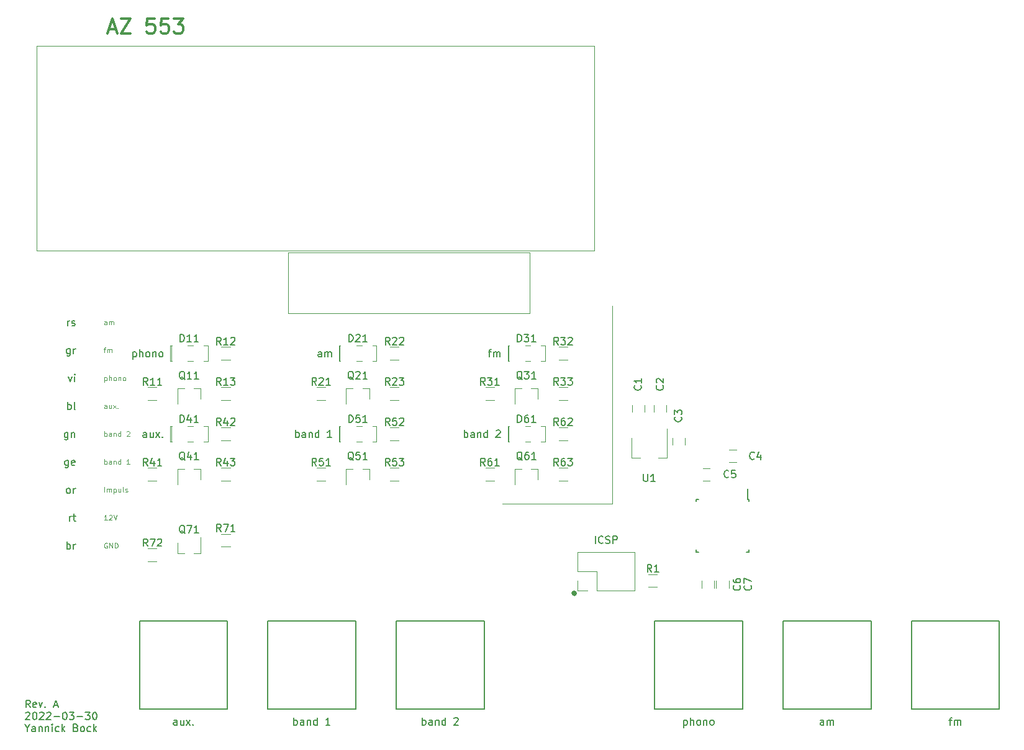
<source format=gto>
G04 #@! TF.GenerationSoftware,KiCad,Pcbnew,(5.1.7)-1*
G04 #@! TF.CreationDate,2022-06-07T11:20:06+02:00*
G04 #@! TF.ProjectId,Anzeige-Modul,416e7a65-6967-4652-9d4d-6f64756c2e6b,rev?*
G04 #@! TF.SameCoordinates,Original*
G04 #@! TF.FileFunction,Legend,Top*
G04 #@! TF.FilePolarity,Positive*
%FSLAX46Y46*%
G04 Gerber Fmt 4.6, Leading zero omitted, Abs format (unit mm)*
G04 Created by KiCad (PCBNEW (5.1.7)-1) date 2022-06-07 11:20:06*
%MOMM*%
%LPD*%
G01*
G04 APERTURE LIST*
%ADD10C,0.150000*%
%ADD11C,0.500000*%
%ADD12C,0.120000*%
%ADD13C,0.300000*%
%ADD14C,0.100000*%
%ADD15R,0.800000X0.900000*%
%ADD16C,2.250000*%
%ADD17R,1.250000X1.000000*%
%ADD18R,1.000000X1.250000*%
%ADD19C,1.750000*%
%ADD20R,0.700000X1.300000*%
%ADD21R,0.550000X1.600000*%
%ADD22R,1.600000X0.550000*%
%ADD23R,1.800000X1.800000*%
%ADD24C,1.800000*%
%ADD25R,2.200000X1.840000*%
%ADD26R,1.000000X1.500000*%
%ADD27R,1.000000X1.800000*%
%ADD28R,1.700000X1.700000*%
%ADD29O,1.700000X1.700000*%
%ADD30C,6.000000*%
G04 APERTURE END LIST*
D10*
X15607023Y-109802380D02*
X15273690Y-109326190D01*
X15035595Y-109802380D02*
X15035595Y-108802380D01*
X15416547Y-108802380D01*
X15511785Y-108850000D01*
X15559404Y-108897619D01*
X15607023Y-108992857D01*
X15607023Y-109135714D01*
X15559404Y-109230952D01*
X15511785Y-109278571D01*
X15416547Y-109326190D01*
X15035595Y-109326190D01*
X16416547Y-109754761D02*
X16321309Y-109802380D01*
X16130833Y-109802380D01*
X16035595Y-109754761D01*
X15987976Y-109659523D01*
X15987976Y-109278571D01*
X16035595Y-109183333D01*
X16130833Y-109135714D01*
X16321309Y-109135714D01*
X16416547Y-109183333D01*
X16464166Y-109278571D01*
X16464166Y-109373809D01*
X15987976Y-109469047D01*
X16797500Y-109135714D02*
X17035595Y-109802380D01*
X17273690Y-109135714D01*
X17654642Y-109707142D02*
X17702261Y-109754761D01*
X17654642Y-109802380D01*
X17607023Y-109754761D01*
X17654642Y-109707142D01*
X17654642Y-109802380D01*
X18845119Y-109516666D02*
X19321309Y-109516666D01*
X18749880Y-109802380D02*
X19083214Y-108802380D01*
X19416547Y-109802380D01*
X14987976Y-110547619D02*
X15035595Y-110500000D01*
X15130833Y-110452380D01*
X15368928Y-110452380D01*
X15464166Y-110500000D01*
X15511785Y-110547619D01*
X15559404Y-110642857D01*
X15559404Y-110738095D01*
X15511785Y-110880952D01*
X14940357Y-111452380D01*
X15559404Y-111452380D01*
X16178452Y-110452380D02*
X16273690Y-110452380D01*
X16368928Y-110500000D01*
X16416547Y-110547619D01*
X16464166Y-110642857D01*
X16511785Y-110833333D01*
X16511785Y-111071428D01*
X16464166Y-111261904D01*
X16416547Y-111357142D01*
X16368928Y-111404761D01*
X16273690Y-111452380D01*
X16178452Y-111452380D01*
X16083214Y-111404761D01*
X16035595Y-111357142D01*
X15987976Y-111261904D01*
X15940357Y-111071428D01*
X15940357Y-110833333D01*
X15987976Y-110642857D01*
X16035595Y-110547619D01*
X16083214Y-110500000D01*
X16178452Y-110452380D01*
X16892738Y-110547619D02*
X16940357Y-110500000D01*
X17035595Y-110452380D01*
X17273690Y-110452380D01*
X17368928Y-110500000D01*
X17416547Y-110547619D01*
X17464166Y-110642857D01*
X17464166Y-110738095D01*
X17416547Y-110880952D01*
X16845119Y-111452380D01*
X17464166Y-111452380D01*
X17845119Y-110547619D02*
X17892738Y-110500000D01*
X17987976Y-110452380D01*
X18226071Y-110452380D01*
X18321309Y-110500000D01*
X18368928Y-110547619D01*
X18416547Y-110642857D01*
X18416547Y-110738095D01*
X18368928Y-110880952D01*
X17797500Y-111452380D01*
X18416547Y-111452380D01*
X18845119Y-111071428D02*
X19607023Y-111071428D01*
X20273690Y-110452380D02*
X20368928Y-110452380D01*
X20464166Y-110500000D01*
X20511785Y-110547619D01*
X20559404Y-110642857D01*
X20607023Y-110833333D01*
X20607023Y-111071428D01*
X20559404Y-111261904D01*
X20511785Y-111357142D01*
X20464166Y-111404761D01*
X20368928Y-111452380D01*
X20273690Y-111452380D01*
X20178452Y-111404761D01*
X20130833Y-111357142D01*
X20083214Y-111261904D01*
X20035595Y-111071428D01*
X20035595Y-110833333D01*
X20083214Y-110642857D01*
X20130833Y-110547619D01*
X20178452Y-110500000D01*
X20273690Y-110452380D01*
X20940357Y-110452380D02*
X21559404Y-110452380D01*
X21226071Y-110833333D01*
X21368928Y-110833333D01*
X21464166Y-110880952D01*
X21511785Y-110928571D01*
X21559404Y-111023809D01*
X21559404Y-111261904D01*
X21511785Y-111357142D01*
X21464166Y-111404761D01*
X21368928Y-111452380D01*
X21083214Y-111452380D01*
X20987976Y-111404761D01*
X20940357Y-111357142D01*
X21987976Y-111071428D02*
X22749880Y-111071428D01*
X23130833Y-110452380D02*
X23749880Y-110452380D01*
X23416547Y-110833333D01*
X23559404Y-110833333D01*
X23654642Y-110880952D01*
X23702261Y-110928571D01*
X23749880Y-111023809D01*
X23749880Y-111261904D01*
X23702261Y-111357142D01*
X23654642Y-111404761D01*
X23559404Y-111452380D01*
X23273690Y-111452380D01*
X23178452Y-111404761D01*
X23130833Y-111357142D01*
X24368928Y-110452380D02*
X24464166Y-110452380D01*
X24559404Y-110500000D01*
X24607023Y-110547619D01*
X24654642Y-110642857D01*
X24702261Y-110833333D01*
X24702261Y-111071428D01*
X24654642Y-111261904D01*
X24607023Y-111357142D01*
X24559404Y-111404761D01*
X24464166Y-111452380D01*
X24368928Y-111452380D01*
X24273690Y-111404761D01*
X24226071Y-111357142D01*
X24178452Y-111261904D01*
X24130833Y-111071428D01*
X24130833Y-110833333D01*
X24178452Y-110642857D01*
X24226071Y-110547619D01*
X24273690Y-110500000D01*
X24368928Y-110452380D01*
X15226071Y-112626190D02*
X15226071Y-113102380D01*
X14892738Y-112102380D02*
X15226071Y-112626190D01*
X15559404Y-112102380D01*
X16321309Y-113102380D02*
X16321309Y-112578571D01*
X16273690Y-112483333D01*
X16178452Y-112435714D01*
X15987976Y-112435714D01*
X15892738Y-112483333D01*
X16321309Y-113054761D02*
X16226071Y-113102380D01*
X15987976Y-113102380D01*
X15892738Y-113054761D01*
X15845119Y-112959523D01*
X15845119Y-112864285D01*
X15892738Y-112769047D01*
X15987976Y-112721428D01*
X16226071Y-112721428D01*
X16321309Y-112673809D01*
X16797500Y-112435714D02*
X16797500Y-113102380D01*
X16797500Y-112530952D02*
X16845119Y-112483333D01*
X16940357Y-112435714D01*
X17083214Y-112435714D01*
X17178452Y-112483333D01*
X17226071Y-112578571D01*
X17226071Y-113102380D01*
X17702261Y-112435714D02*
X17702261Y-113102380D01*
X17702261Y-112530952D02*
X17749880Y-112483333D01*
X17845119Y-112435714D01*
X17987976Y-112435714D01*
X18083214Y-112483333D01*
X18130833Y-112578571D01*
X18130833Y-113102380D01*
X18607023Y-113102380D02*
X18607023Y-112435714D01*
X18607023Y-112102380D02*
X18559404Y-112150000D01*
X18607023Y-112197619D01*
X18654642Y-112150000D01*
X18607023Y-112102380D01*
X18607023Y-112197619D01*
X19511785Y-113054761D02*
X19416547Y-113102380D01*
X19226071Y-113102380D01*
X19130833Y-113054761D01*
X19083214Y-113007142D01*
X19035595Y-112911904D01*
X19035595Y-112626190D01*
X19083214Y-112530952D01*
X19130833Y-112483333D01*
X19226071Y-112435714D01*
X19416547Y-112435714D01*
X19511785Y-112483333D01*
X19940357Y-113102380D02*
X19940357Y-112102380D01*
X20035595Y-112721428D02*
X20321309Y-113102380D01*
X20321309Y-112435714D02*
X19940357Y-112816666D01*
X21845119Y-112578571D02*
X21987976Y-112626190D01*
X22035595Y-112673809D01*
X22083214Y-112769047D01*
X22083214Y-112911904D01*
X22035595Y-113007142D01*
X21987976Y-113054761D01*
X21892738Y-113102380D01*
X21511785Y-113102380D01*
X21511785Y-112102380D01*
X21845119Y-112102380D01*
X21940357Y-112150000D01*
X21987976Y-112197619D01*
X22035595Y-112292857D01*
X22035595Y-112388095D01*
X21987976Y-112483333D01*
X21940357Y-112530952D01*
X21845119Y-112578571D01*
X21511785Y-112578571D01*
X22654642Y-113102380D02*
X22559404Y-113054761D01*
X22511785Y-113007142D01*
X22464166Y-112911904D01*
X22464166Y-112626190D01*
X22511785Y-112530952D01*
X22559404Y-112483333D01*
X22654642Y-112435714D01*
X22797500Y-112435714D01*
X22892738Y-112483333D01*
X22940357Y-112530952D01*
X22987976Y-112626190D01*
X22987976Y-112911904D01*
X22940357Y-113007142D01*
X22892738Y-113054761D01*
X22797500Y-113102380D01*
X22654642Y-113102380D01*
X23845119Y-113054761D02*
X23749880Y-113102380D01*
X23559404Y-113102380D01*
X23464166Y-113054761D01*
X23416547Y-113007142D01*
X23368928Y-112911904D01*
X23368928Y-112626190D01*
X23416547Y-112530952D01*
X23464166Y-112483333D01*
X23559404Y-112435714D01*
X23749880Y-112435714D01*
X23845119Y-112483333D01*
X24273690Y-113102380D02*
X24273690Y-112102380D01*
X24368928Y-112721428D02*
X24654642Y-113102380D01*
X24654642Y-112435714D02*
X24273690Y-112816666D01*
D11*
X89800000Y-94092857D02*
X89919047Y-94211904D01*
X89800000Y-94330952D01*
X89680952Y-94211904D01*
X89800000Y-94092857D01*
X89800000Y-94330952D01*
D10*
X92648809Y-87412380D02*
X92648809Y-86412380D01*
X93696428Y-87317142D02*
X93648809Y-87364761D01*
X93505952Y-87412380D01*
X93410714Y-87412380D01*
X93267857Y-87364761D01*
X93172619Y-87269523D01*
X93125000Y-87174285D01*
X93077380Y-86983809D01*
X93077380Y-86840952D01*
X93125000Y-86650476D01*
X93172619Y-86555238D01*
X93267857Y-86460000D01*
X93410714Y-86412380D01*
X93505952Y-86412380D01*
X93648809Y-86460000D01*
X93696428Y-86507619D01*
X94077380Y-87364761D02*
X94220238Y-87412380D01*
X94458333Y-87412380D01*
X94553571Y-87364761D01*
X94601190Y-87317142D01*
X94648809Y-87221904D01*
X94648809Y-87126666D01*
X94601190Y-87031428D01*
X94553571Y-86983809D01*
X94458333Y-86936190D01*
X94267857Y-86888571D01*
X94172619Y-86840952D01*
X94125000Y-86793333D01*
X94077380Y-86698095D01*
X94077380Y-86602857D01*
X94125000Y-86507619D01*
X94172619Y-86460000D01*
X94267857Y-86412380D01*
X94505952Y-86412380D01*
X94648809Y-86460000D01*
X95077380Y-87412380D02*
X95077380Y-86412380D01*
X95458333Y-86412380D01*
X95553571Y-86460000D01*
X95601190Y-86507619D01*
X95648809Y-86602857D01*
X95648809Y-86745714D01*
X95601190Y-86840952D01*
X95553571Y-86888571D01*
X95458333Y-86936190D01*
X95077380Y-86936190D01*
D12*
X83750000Y-56000000D02*
X50750000Y-56000000D01*
X83750000Y-47700000D02*
X83750000Y-56000000D01*
X50750000Y-47700000D02*
X83750000Y-47700000D01*
X50750000Y-56000000D02*
X50750000Y-47700000D01*
D13*
X26352380Y-17233333D02*
X27304761Y-17233333D01*
X26161904Y-17804761D02*
X26828571Y-15804761D01*
X27495238Y-17804761D01*
X27971428Y-15804761D02*
X29304761Y-15804761D01*
X27971428Y-17804761D01*
X29304761Y-17804761D01*
X32542857Y-15804761D02*
X31590476Y-15804761D01*
X31495238Y-16757142D01*
X31590476Y-16661904D01*
X31780952Y-16566666D01*
X32257142Y-16566666D01*
X32447619Y-16661904D01*
X32542857Y-16757142D01*
X32638095Y-16947619D01*
X32638095Y-17423809D01*
X32542857Y-17614285D01*
X32447619Y-17709523D01*
X32257142Y-17804761D01*
X31780952Y-17804761D01*
X31590476Y-17709523D01*
X31495238Y-17614285D01*
X34447619Y-15804761D02*
X33495238Y-15804761D01*
X33400000Y-16757142D01*
X33495238Y-16661904D01*
X33685714Y-16566666D01*
X34161904Y-16566666D01*
X34352380Y-16661904D01*
X34447619Y-16757142D01*
X34542857Y-16947619D01*
X34542857Y-17423809D01*
X34447619Y-17614285D01*
X34352380Y-17709523D01*
X34161904Y-17804761D01*
X33685714Y-17804761D01*
X33495238Y-17709523D01*
X33400000Y-17614285D01*
X35209523Y-15804761D02*
X36447619Y-15804761D01*
X35780952Y-16566666D01*
X36066666Y-16566666D01*
X36257142Y-16661904D01*
X36352380Y-16757142D01*
X36447619Y-16947619D01*
X36447619Y-17423809D01*
X36352380Y-17614285D01*
X36257142Y-17709523D01*
X36066666Y-17804761D01*
X35495238Y-17804761D01*
X35304761Y-17709523D01*
X35209523Y-17614285D01*
D12*
X16500000Y-47500000D02*
X16500000Y-19500000D01*
X92500000Y-47500000D02*
X16500000Y-47500000D01*
X92500000Y-19500000D02*
X92500000Y-47500000D01*
X16500000Y-19500000D02*
X92500000Y-19500000D01*
D10*
X140892857Y-111535714D02*
X141273809Y-111535714D01*
X141035714Y-112202380D02*
X141035714Y-111345238D01*
X141083333Y-111250000D01*
X141178571Y-111202380D01*
X141273809Y-111202380D01*
X141607142Y-112202380D02*
X141607142Y-111535714D01*
X141607142Y-111630952D02*
X141654761Y-111583333D01*
X141750000Y-111535714D01*
X141892857Y-111535714D01*
X141988095Y-111583333D01*
X142035714Y-111678571D01*
X142035714Y-112202380D01*
X142035714Y-111678571D02*
X142083333Y-111583333D01*
X142178571Y-111535714D01*
X142321428Y-111535714D01*
X142416666Y-111583333D01*
X142464285Y-111678571D01*
X142464285Y-112202380D01*
X69071428Y-112202380D02*
X69071428Y-111202380D01*
X69071428Y-111583333D02*
X69166666Y-111535714D01*
X69357142Y-111535714D01*
X69452380Y-111583333D01*
X69500000Y-111630952D01*
X69547619Y-111726190D01*
X69547619Y-112011904D01*
X69500000Y-112107142D01*
X69452380Y-112154761D01*
X69357142Y-112202380D01*
X69166666Y-112202380D01*
X69071428Y-112154761D01*
X70404761Y-112202380D02*
X70404761Y-111678571D01*
X70357142Y-111583333D01*
X70261904Y-111535714D01*
X70071428Y-111535714D01*
X69976190Y-111583333D01*
X70404761Y-112154761D02*
X70309523Y-112202380D01*
X70071428Y-112202380D01*
X69976190Y-112154761D01*
X69928571Y-112059523D01*
X69928571Y-111964285D01*
X69976190Y-111869047D01*
X70071428Y-111821428D01*
X70309523Y-111821428D01*
X70404761Y-111773809D01*
X70880952Y-111535714D02*
X70880952Y-112202380D01*
X70880952Y-111630952D02*
X70928571Y-111583333D01*
X71023809Y-111535714D01*
X71166666Y-111535714D01*
X71261904Y-111583333D01*
X71309523Y-111678571D01*
X71309523Y-112202380D01*
X72214285Y-112202380D02*
X72214285Y-111202380D01*
X72214285Y-112154761D02*
X72119047Y-112202380D01*
X71928571Y-112202380D01*
X71833333Y-112154761D01*
X71785714Y-112107142D01*
X71738095Y-112011904D01*
X71738095Y-111726190D01*
X71785714Y-111630952D01*
X71833333Y-111583333D01*
X71928571Y-111535714D01*
X72119047Y-111535714D01*
X72214285Y-111583333D01*
X73404761Y-111297619D02*
X73452380Y-111250000D01*
X73547619Y-111202380D01*
X73785714Y-111202380D01*
X73880952Y-111250000D01*
X73928571Y-111297619D01*
X73976190Y-111392857D01*
X73976190Y-111488095D01*
X73928571Y-111630952D01*
X73357142Y-112202380D01*
X73976190Y-112202380D01*
X51571428Y-112202380D02*
X51571428Y-111202380D01*
X51571428Y-111583333D02*
X51666666Y-111535714D01*
X51857142Y-111535714D01*
X51952380Y-111583333D01*
X52000000Y-111630952D01*
X52047619Y-111726190D01*
X52047619Y-112011904D01*
X52000000Y-112107142D01*
X51952380Y-112154761D01*
X51857142Y-112202380D01*
X51666666Y-112202380D01*
X51571428Y-112154761D01*
X52904761Y-112202380D02*
X52904761Y-111678571D01*
X52857142Y-111583333D01*
X52761904Y-111535714D01*
X52571428Y-111535714D01*
X52476190Y-111583333D01*
X52904761Y-112154761D02*
X52809523Y-112202380D01*
X52571428Y-112202380D01*
X52476190Y-112154761D01*
X52428571Y-112059523D01*
X52428571Y-111964285D01*
X52476190Y-111869047D01*
X52571428Y-111821428D01*
X52809523Y-111821428D01*
X52904761Y-111773809D01*
X53380952Y-111535714D02*
X53380952Y-112202380D01*
X53380952Y-111630952D02*
X53428571Y-111583333D01*
X53523809Y-111535714D01*
X53666666Y-111535714D01*
X53761904Y-111583333D01*
X53809523Y-111678571D01*
X53809523Y-112202380D01*
X54714285Y-112202380D02*
X54714285Y-111202380D01*
X54714285Y-112154761D02*
X54619047Y-112202380D01*
X54428571Y-112202380D01*
X54333333Y-112154761D01*
X54285714Y-112107142D01*
X54238095Y-112011904D01*
X54238095Y-111726190D01*
X54285714Y-111630952D01*
X54333333Y-111583333D01*
X54428571Y-111535714D01*
X54619047Y-111535714D01*
X54714285Y-111583333D01*
X56476190Y-112202380D02*
X55904761Y-112202380D01*
X56190476Y-112202380D02*
X56190476Y-111202380D01*
X56095238Y-111345238D01*
X56000000Y-111440476D01*
X55904761Y-111488095D01*
X123797619Y-112202380D02*
X123797619Y-111678571D01*
X123750000Y-111583333D01*
X123654761Y-111535714D01*
X123464285Y-111535714D01*
X123369047Y-111583333D01*
X123797619Y-112154761D02*
X123702380Y-112202380D01*
X123464285Y-112202380D01*
X123369047Y-112154761D01*
X123321428Y-112059523D01*
X123321428Y-111964285D01*
X123369047Y-111869047D01*
X123464285Y-111821428D01*
X123702380Y-111821428D01*
X123797619Y-111773809D01*
X124273809Y-112202380D02*
X124273809Y-111535714D01*
X124273809Y-111630952D02*
X124321428Y-111583333D01*
X124416666Y-111535714D01*
X124559523Y-111535714D01*
X124654761Y-111583333D01*
X124702380Y-111678571D01*
X124702380Y-112202380D01*
X124702380Y-111678571D02*
X124750000Y-111583333D01*
X124845238Y-111535714D01*
X124988095Y-111535714D01*
X125083333Y-111583333D01*
X125130952Y-111678571D01*
X125130952Y-112202380D01*
X35619047Y-112202380D02*
X35619047Y-111678571D01*
X35571428Y-111583333D01*
X35476190Y-111535714D01*
X35285714Y-111535714D01*
X35190476Y-111583333D01*
X35619047Y-112154761D02*
X35523809Y-112202380D01*
X35285714Y-112202380D01*
X35190476Y-112154761D01*
X35142857Y-112059523D01*
X35142857Y-111964285D01*
X35190476Y-111869047D01*
X35285714Y-111821428D01*
X35523809Y-111821428D01*
X35619047Y-111773809D01*
X36523809Y-111535714D02*
X36523809Y-112202380D01*
X36095238Y-111535714D02*
X36095238Y-112059523D01*
X36142857Y-112154761D01*
X36238095Y-112202380D01*
X36380952Y-112202380D01*
X36476190Y-112154761D01*
X36523809Y-112107142D01*
X36904761Y-112202380D02*
X37428571Y-111535714D01*
X36904761Y-111535714D02*
X37428571Y-112202380D01*
X37809523Y-112107142D02*
X37857142Y-112154761D01*
X37809523Y-112202380D01*
X37761904Y-112154761D01*
X37809523Y-112107142D01*
X37809523Y-112202380D01*
X104726190Y-111535714D02*
X104726190Y-112535714D01*
X104726190Y-111583333D02*
X104821428Y-111535714D01*
X105011904Y-111535714D01*
X105107142Y-111583333D01*
X105154761Y-111630952D01*
X105202380Y-111726190D01*
X105202380Y-112011904D01*
X105154761Y-112107142D01*
X105107142Y-112154761D01*
X105011904Y-112202380D01*
X104821428Y-112202380D01*
X104726190Y-112154761D01*
X105630952Y-112202380D02*
X105630952Y-111202380D01*
X106059523Y-112202380D02*
X106059523Y-111678571D01*
X106011904Y-111583333D01*
X105916666Y-111535714D01*
X105773809Y-111535714D01*
X105678571Y-111583333D01*
X105630952Y-111630952D01*
X106678571Y-112202380D02*
X106583333Y-112154761D01*
X106535714Y-112107142D01*
X106488095Y-112011904D01*
X106488095Y-111726190D01*
X106535714Y-111630952D01*
X106583333Y-111583333D01*
X106678571Y-111535714D01*
X106821428Y-111535714D01*
X106916666Y-111583333D01*
X106964285Y-111630952D01*
X107011904Y-111726190D01*
X107011904Y-112011904D01*
X106964285Y-112107142D01*
X106916666Y-112154761D01*
X106821428Y-112202380D01*
X106678571Y-112202380D01*
X107440476Y-111535714D02*
X107440476Y-112202380D01*
X107440476Y-111630952D02*
X107488095Y-111583333D01*
X107583333Y-111535714D01*
X107726190Y-111535714D01*
X107821428Y-111583333D01*
X107869047Y-111678571D01*
X107869047Y-112202380D01*
X108488095Y-112202380D02*
X108392857Y-112154761D01*
X108345238Y-112107142D01*
X108297619Y-112011904D01*
X108297619Y-111726190D01*
X108345238Y-111630952D01*
X108392857Y-111583333D01*
X108488095Y-111535714D01*
X108630952Y-111535714D01*
X108726190Y-111583333D01*
X108773809Y-111630952D01*
X108821428Y-111726190D01*
X108821428Y-112011904D01*
X108773809Y-112107142D01*
X108726190Y-112154761D01*
X108630952Y-112202380D01*
X108488095Y-112202380D01*
X74807261Y-72952380D02*
X74807261Y-71952380D01*
X74807261Y-72333333D02*
X74902500Y-72285714D01*
X75092976Y-72285714D01*
X75188214Y-72333333D01*
X75235833Y-72380952D01*
X75283452Y-72476190D01*
X75283452Y-72761904D01*
X75235833Y-72857142D01*
X75188214Y-72904761D01*
X75092976Y-72952380D01*
X74902500Y-72952380D01*
X74807261Y-72904761D01*
X76140595Y-72952380D02*
X76140595Y-72428571D01*
X76092976Y-72333333D01*
X75997738Y-72285714D01*
X75807261Y-72285714D01*
X75712023Y-72333333D01*
X76140595Y-72904761D02*
X76045357Y-72952380D01*
X75807261Y-72952380D01*
X75712023Y-72904761D01*
X75664404Y-72809523D01*
X75664404Y-72714285D01*
X75712023Y-72619047D01*
X75807261Y-72571428D01*
X76045357Y-72571428D01*
X76140595Y-72523809D01*
X76616785Y-72285714D02*
X76616785Y-72952380D01*
X76616785Y-72380952D02*
X76664404Y-72333333D01*
X76759642Y-72285714D01*
X76902500Y-72285714D01*
X76997738Y-72333333D01*
X77045357Y-72428571D01*
X77045357Y-72952380D01*
X77950119Y-72952380D02*
X77950119Y-71952380D01*
X77950119Y-72904761D02*
X77854880Y-72952380D01*
X77664404Y-72952380D01*
X77569166Y-72904761D01*
X77521547Y-72857142D01*
X77473928Y-72761904D01*
X77473928Y-72476190D01*
X77521547Y-72380952D01*
X77569166Y-72333333D01*
X77664404Y-72285714D01*
X77854880Y-72285714D01*
X77950119Y-72333333D01*
X79140595Y-72047619D02*
X79188214Y-72000000D01*
X79283452Y-71952380D01*
X79521547Y-71952380D01*
X79616785Y-72000000D01*
X79664404Y-72047619D01*
X79712023Y-72142857D01*
X79712023Y-72238095D01*
X79664404Y-72380952D01*
X79092976Y-72952380D01*
X79712023Y-72952380D01*
X51807261Y-72952380D02*
X51807261Y-71952380D01*
X51807261Y-72333333D02*
X51902500Y-72285714D01*
X52092976Y-72285714D01*
X52188214Y-72333333D01*
X52235833Y-72380952D01*
X52283452Y-72476190D01*
X52283452Y-72761904D01*
X52235833Y-72857142D01*
X52188214Y-72904761D01*
X52092976Y-72952380D01*
X51902500Y-72952380D01*
X51807261Y-72904761D01*
X53140595Y-72952380D02*
X53140595Y-72428571D01*
X53092976Y-72333333D01*
X52997738Y-72285714D01*
X52807261Y-72285714D01*
X52712023Y-72333333D01*
X53140595Y-72904761D02*
X53045357Y-72952380D01*
X52807261Y-72952380D01*
X52712023Y-72904761D01*
X52664404Y-72809523D01*
X52664404Y-72714285D01*
X52712023Y-72619047D01*
X52807261Y-72571428D01*
X53045357Y-72571428D01*
X53140595Y-72523809D01*
X53616785Y-72285714D02*
X53616785Y-72952380D01*
X53616785Y-72380952D02*
X53664404Y-72333333D01*
X53759642Y-72285714D01*
X53902500Y-72285714D01*
X53997738Y-72333333D01*
X54045357Y-72428571D01*
X54045357Y-72952380D01*
X54950119Y-72952380D02*
X54950119Y-71952380D01*
X54950119Y-72904761D02*
X54854880Y-72952380D01*
X54664404Y-72952380D01*
X54569166Y-72904761D01*
X54521547Y-72857142D01*
X54473928Y-72761904D01*
X54473928Y-72476190D01*
X54521547Y-72380952D01*
X54569166Y-72333333D01*
X54664404Y-72285714D01*
X54854880Y-72285714D01*
X54950119Y-72333333D01*
X56712023Y-72952380D02*
X56140595Y-72952380D01*
X56426309Y-72952380D02*
X56426309Y-71952380D01*
X56331071Y-72095238D01*
X56235833Y-72190476D01*
X56140595Y-72238095D01*
X31473928Y-72952380D02*
X31473928Y-72428571D01*
X31426309Y-72333333D01*
X31331071Y-72285714D01*
X31140595Y-72285714D01*
X31045357Y-72333333D01*
X31473928Y-72904761D02*
X31378690Y-72952380D01*
X31140595Y-72952380D01*
X31045357Y-72904761D01*
X30997738Y-72809523D01*
X30997738Y-72714285D01*
X31045357Y-72619047D01*
X31140595Y-72571428D01*
X31378690Y-72571428D01*
X31473928Y-72523809D01*
X32378690Y-72285714D02*
X32378690Y-72952380D01*
X31950119Y-72285714D02*
X31950119Y-72809523D01*
X31997738Y-72904761D01*
X32092976Y-72952380D01*
X32235833Y-72952380D01*
X32331071Y-72904761D01*
X32378690Y-72857142D01*
X32759642Y-72952380D02*
X33283452Y-72285714D01*
X32759642Y-72285714D02*
X33283452Y-72952380D01*
X33664404Y-72857142D02*
X33712023Y-72904761D01*
X33664404Y-72952380D01*
X33616785Y-72904761D01*
X33664404Y-72857142D01*
X33664404Y-72952380D01*
X78092976Y-61285714D02*
X78473928Y-61285714D01*
X78235833Y-61952380D02*
X78235833Y-61095238D01*
X78283452Y-61000000D01*
X78378690Y-60952380D01*
X78473928Y-60952380D01*
X78807261Y-61952380D02*
X78807261Y-61285714D01*
X78807261Y-61380952D02*
X78854880Y-61333333D01*
X78950119Y-61285714D01*
X79092976Y-61285714D01*
X79188214Y-61333333D01*
X79235833Y-61428571D01*
X79235833Y-61952380D01*
X79235833Y-61428571D02*
X79283452Y-61333333D01*
X79378690Y-61285714D01*
X79521547Y-61285714D01*
X79616785Y-61333333D01*
X79664404Y-61428571D01*
X79664404Y-61952380D01*
X55331071Y-61952380D02*
X55331071Y-61428571D01*
X55283452Y-61333333D01*
X55188214Y-61285714D01*
X54997738Y-61285714D01*
X54902500Y-61333333D01*
X55331071Y-61904761D02*
X55235833Y-61952380D01*
X54997738Y-61952380D01*
X54902500Y-61904761D01*
X54854880Y-61809523D01*
X54854880Y-61714285D01*
X54902500Y-61619047D01*
X54997738Y-61571428D01*
X55235833Y-61571428D01*
X55331071Y-61523809D01*
X55807261Y-61952380D02*
X55807261Y-61285714D01*
X55807261Y-61380952D02*
X55854880Y-61333333D01*
X55950119Y-61285714D01*
X56092976Y-61285714D01*
X56188214Y-61333333D01*
X56235833Y-61428571D01*
X56235833Y-61952380D01*
X56235833Y-61428571D02*
X56283452Y-61333333D01*
X56378690Y-61285714D01*
X56521547Y-61285714D01*
X56616785Y-61333333D01*
X56664404Y-61428571D01*
X56664404Y-61952380D01*
X29616785Y-61285714D02*
X29616785Y-62285714D01*
X29616785Y-61333333D02*
X29712023Y-61285714D01*
X29902500Y-61285714D01*
X29997738Y-61333333D01*
X30045357Y-61380952D01*
X30092976Y-61476190D01*
X30092976Y-61761904D01*
X30045357Y-61857142D01*
X29997738Y-61904761D01*
X29902500Y-61952380D01*
X29712023Y-61952380D01*
X29616785Y-61904761D01*
X30521547Y-61952380D02*
X30521547Y-60952380D01*
X30950119Y-61952380D02*
X30950119Y-61428571D01*
X30902500Y-61333333D01*
X30807261Y-61285714D01*
X30664404Y-61285714D01*
X30569166Y-61333333D01*
X30521547Y-61380952D01*
X31569166Y-61952380D02*
X31473928Y-61904761D01*
X31426309Y-61857142D01*
X31378690Y-61761904D01*
X31378690Y-61476190D01*
X31426309Y-61380952D01*
X31473928Y-61333333D01*
X31569166Y-61285714D01*
X31712023Y-61285714D01*
X31807261Y-61333333D01*
X31854880Y-61380952D01*
X31902500Y-61476190D01*
X31902500Y-61761904D01*
X31854880Y-61857142D01*
X31807261Y-61904761D01*
X31712023Y-61952380D01*
X31569166Y-61952380D01*
X32331071Y-61285714D02*
X32331071Y-61952380D01*
X32331071Y-61380952D02*
X32378690Y-61333333D01*
X32473928Y-61285714D01*
X32616785Y-61285714D01*
X32712023Y-61333333D01*
X32759642Y-61428571D01*
X32759642Y-61952380D01*
X33378690Y-61952380D02*
X33283452Y-61904761D01*
X33235833Y-61857142D01*
X33188214Y-61761904D01*
X33188214Y-61476190D01*
X33235833Y-61380952D01*
X33283452Y-61333333D01*
X33378690Y-61285714D01*
X33521547Y-61285714D01*
X33616785Y-61333333D01*
X33664404Y-61380952D01*
X33712023Y-61476190D01*
X33712023Y-61761904D01*
X33664404Y-61857142D01*
X33616785Y-61904761D01*
X33521547Y-61952380D01*
X33378690Y-61952380D01*
D12*
X95000000Y-82000000D02*
X80000000Y-82000000D01*
X95000000Y-55000000D02*
X95000000Y-82000000D01*
X35690000Y-88760000D02*
X36620000Y-88760000D01*
X38850000Y-88760000D02*
X37920000Y-88760000D01*
X38850000Y-88760000D02*
X38850000Y-86600000D01*
X35690000Y-88760000D02*
X35690000Y-87300000D01*
D10*
X42500000Y-110000000D02*
X30500000Y-110000000D01*
X30500000Y-110000000D02*
X30500000Y-98000000D01*
X30500000Y-98000000D02*
X42500000Y-98000000D01*
X42500000Y-98000000D02*
X42500000Y-110000000D01*
X60000000Y-110000000D02*
X48000000Y-110000000D01*
X48000000Y-110000000D02*
X48000000Y-98000000D01*
X48000000Y-98000000D02*
X60000000Y-98000000D01*
X60000000Y-98000000D02*
X60000000Y-110000000D01*
X77500000Y-110000000D02*
X65500000Y-110000000D01*
X65500000Y-110000000D02*
X65500000Y-98000000D01*
X65500000Y-98000000D02*
X77500000Y-98000000D01*
X77500000Y-98000000D02*
X77500000Y-110000000D01*
X112750000Y-110000000D02*
X100750000Y-110000000D01*
X100750000Y-110000000D02*
X100750000Y-98000000D01*
X100750000Y-98000000D02*
X112750000Y-98000000D01*
X112750000Y-98000000D02*
X112750000Y-110000000D01*
X147750000Y-110000000D02*
X135750000Y-110000000D01*
X135750000Y-110000000D02*
X135750000Y-98000000D01*
X135750000Y-98000000D02*
X147750000Y-98000000D01*
X147750000Y-98000000D02*
X147750000Y-110000000D01*
X130250000Y-110000000D02*
X118250000Y-110000000D01*
X118250000Y-110000000D02*
X118250000Y-98000000D01*
X118250000Y-98000000D02*
X130250000Y-98000000D01*
X130250000Y-98000000D02*
X130250000Y-110000000D01*
D12*
X107150000Y-92500000D02*
X107150000Y-93500000D01*
X108850000Y-93500000D02*
X108850000Y-92500000D01*
X108300000Y-77150000D02*
X107300000Y-77150000D01*
X107300000Y-78850000D02*
X108300000Y-78850000D01*
X110900000Y-76350000D02*
X111900000Y-76350000D01*
X111900000Y-74650000D02*
X110900000Y-74650000D01*
X103150000Y-73000000D02*
X103150000Y-74000000D01*
X104850000Y-74000000D02*
X104850000Y-73000000D01*
X99900000Y-91620000D02*
X101100000Y-91620000D01*
X101100000Y-93380000D02*
X99900000Y-93380000D01*
X110850000Y-93500000D02*
X110850000Y-92500000D01*
X109150000Y-92500000D02*
X109150000Y-93500000D01*
D10*
X113400000Y-81375000D02*
X113400000Y-79950000D01*
X113625000Y-88625000D02*
X113625000Y-88300000D01*
X106375000Y-88625000D02*
X106375000Y-88300000D01*
X106375000Y-81375000D02*
X106375000Y-81700000D01*
X113625000Y-81375000D02*
X113625000Y-81700000D01*
X106375000Y-81375000D02*
X106700000Y-81375000D01*
X106375000Y-88625000D02*
X106700000Y-88625000D01*
X113625000Y-88625000D02*
X113300000Y-88625000D01*
X113625000Y-81375000D02*
X113400000Y-81375000D01*
D12*
X34710000Y-60440000D02*
X34920000Y-60440000D01*
X37080000Y-60440000D02*
X37811000Y-60440000D01*
X39270000Y-60440000D02*
X39830000Y-60440000D01*
X34710000Y-62560000D02*
X34920000Y-62560000D01*
X37080000Y-62560000D02*
X37811000Y-62560000D01*
X39270000Y-62560000D02*
X39830000Y-62560000D01*
X34710000Y-60440000D02*
X34710000Y-62560000D01*
X39830000Y-60440000D02*
X39830000Y-62560000D01*
X34830000Y-60440000D02*
X34830000Y-62560000D01*
X57710000Y-60440000D02*
X57920000Y-60440000D01*
X60080000Y-60440000D02*
X60811000Y-60440000D01*
X62270000Y-60440000D02*
X62830000Y-60440000D01*
X57710000Y-62560000D02*
X57920000Y-62560000D01*
X60080000Y-62560000D02*
X60811000Y-62560000D01*
X62270000Y-62560000D02*
X62830000Y-62560000D01*
X57710000Y-60440000D02*
X57710000Y-62560000D01*
X62830000Y-60440000D02*
X62830000Y-62560000D01*
X57830000Y-60440000D02*
X57830000Y-62560000D01*
X80710000Y-60440000D02*
X80920000Y-60440000D01*
X83080000Y-60440000D02*
X83811000Y-60440000D01*
X85270000Y-60440000D02*
X85830000Y-60440000D01*
X80710000Y-62560000D02*
X80920000Y-62560000D01*
X83080000Y-62560000D02*
X83811000Y-62560000D01*
X85270000Y-62560000D02*
X85830000Y-62560000D01*
X80710000Y-60440000D02*
X80710000Y-62560000D01*
X85830000Y-60440000D02*
X85830000Y-62560000D01*
X80830000Y-60440000D02*
X80830000Y-62560000D01*
X34710000Y-71440000D02*
X34920000Y-71440000D01*
X37080000Y-71440000D02*
X37811000Y-71440000D01*
X39270000Y-71440000D02*
X39830000Y-71440000D01*
X34710000Y-73560000D02*
X34920000Y-73560000D01*
X37080000Y-73560000D02*
X37811000Y-73560000D01*
X39270000Y-73560000D02*
X39830000Y-73560000D01*
X34710000Y-71440000D02*
X34710000Y-73560000D01*
X39830000Y-71440000D02*
X39830000Y-73560000D01*
X34830000Y-71440000D02*
X34830000Y-73560000D01*
X57710000Y-71440000D02*
X57920000Y-71440000D01*
X60080000Y-71440000D02*
X60811000Y-71440000D01*
X62270000Y-71440000D02*
X62830000Y-71440000D01*
X57710000Y-73560000D02*
X57920000Y-73560000D01*
X60080000Y-73560000D02*
X60811000Y-73560000D01*
X62270000Y-73560000D02*
X62830000Y-73560000D01*
X57710000Y-71440000D02*
X57710000Y-73560000D01*
X62830000Y-71440000D02*
X62830000Y-73560000D01*
X57830000Y-71440000D02*
X57830000Y-73560000D01*
X80710000Y-71440000D02*
X80920000Y-71440000D01*
X83080000Y-71440000D02*
X83811000Y-71440000D01*
X85270000Y-71440000D02*
X85830000Y-71440000D01*
X80710000Y-73560000D02*
X80920000Y-73560000D01*
X83080000Y-73560000D02*
X83811000Y-73560000D01*
X85270000Y-73560000D02*
X85830000Y-73560000D01*
X80710000Y-71440000D02*
X80710000Y-73560000D01*
X85830000Y-71440000D02*
X85830000Y-73560000D01*
X80830000Y-71440000D02*
X80830000Y-73560000D01*
X42870000Y-62380000D02*
X41670000Y-62380000D01*
X41670000Y-60620000D02*
X42870000Y-60620000D01*
X65870000Y-62380000D02*
X64670000Y-62380000D01*
X64670000Y-60620000D02*
X65870000Y-60620000D01*
X88870000Y-62380000D02*
X87670000Y-62380000D01*
X87670000Y-60620000D02*
X88870000Y-60620000D01*
X42870000Y-73380000D02*
X41670000Y-73380000D01*
X41670000Y-71620000D02*
X42870000Y-71620000D01*
X65870000Y-73380000D02*
X64670000Y-73380000D01*
X64670000Y-71620000D02*
X65870000Y-71620000D01*
X88870000Y-73380000D02*
X87670000Y-73380000D01*
X87670000Y-71620000D02*
X88870000Y-71620000D01*
X38850000Y-66240000D02*
X37920000Y-66240000D01*
X35690000Y-66240000D02*
X36620000Y-66240000D01*
X35690000Y-66240000D02*
X35690000Y-68400000D01*
X38850000Y-66240000D02*
X38850000Y-67700000D01*
X61850000Y-66240000D02*
X60920000Y-66240000D01*
X58690000Y-66240000D02*
X59620000Y-66240000D01*
X58690000Y-66240000D02*
X58690000Y-68400000D01*
X61850000Y-66240000D02*
X61850000Y-67700000D01*
X84850000Y-66240000D02*
X83920000Y-66240000D01*
X81690000Y-66240000D02*
X82620000Y-66240000D01*
X81690000Y-66240000D02*
X81690000Y-68400000D01*
X84850000Y-66240000D02*
X84850000Y-67700000D01*
X38850000Y-77240000D02*
X37920000Y-77240000D01*
X35690000Y-77240000D02*
X36620000Y-77240000D01*
X35690000Y-77240000D02*
X35690000Y-79400000D01*
X38850000Y-77240000D02*
X38850000Y-78700000D01*
X61850000Y-77240000D02*
X60920000Y-77240000D01*
X58690000Y-77240000D02*
X59620000Y-77240000D01*
X58690000Y-77240000D02*
X58690000Y-79400000D01*
X61850000Y-77240000D02*
X61850000Y-78700000D01*
X84850000Y-77240000D02*
X83920000Y-77240000D01*
X81690000Y-77240000D02*
X82620000Y-77240000D01*
X81690000Y-77240000D02*
X81690000Y-79400000D01*
X84850000Y-77240000D02*
X84850000Y-78700000D01*
X42870000Y-67880000D02*
X41670000Y-67880000D01*
X41670000Y-66120000D02*
X42870000Y-66120000D01*
X65870000Y-67880000D02*
X64670000Y-67880000D01*
X64670000Y-66120000D02*
X65870000Y-66120000D01*
X88870000Y-67880000D02*
X87670000Y-67880000D01*
X87670000Y-66120000D02*
X88870000Y-66120000D01*
X42870000Y-78880000D02*
X41670000Y-78880000D01*
X41670000Y-77120000D02*
X42870000Y-77120000D01*
X65870000Y-78880000D02*
X64670000Y-78880000D01*
X64670000Y-77120000D02*
X65870000Y-77120000D01*
X87670000Y-77120000D02*
X88870000Y-77120000D01*
X88870000Y-78880000D02*
X87670000Y-78880000D01*
X32870000Y-67880000D02*
X31670000Y-67880000D01*
X31670000Y-66120000D02*
X32870000Y-66120000D01*
X55870000Y-67880000D02*
X54670000Y-67880000D01*
X54670000Y-66120000D02*
X55870000Y-66120000D01*
X78870000Y-67880000D02*
X77670000Y-67880000D01*
X77670000Y-66120000D02*
X78870000Y-66120000D01*
X32870000Y-78880000D02*
X31670000Y-78880000D01*
X31670000Y-77120000D02*
X32870000Y-77120000D01*
X55870000Y-78880000D02*
X54670000Y-78880000D01*
X54670000Y-77120000D02*
X55870000Y-77120000D01*
X78870000Y-78880000D02*
X77670000Y-78880000D01*
X77670000Y-77120000D02*
X78870000Y-77120000D01*
X102400000Y-75760000D02*
X101200000Y-75760000D01*
X102400000Y-71760000D02*
X102400000Y-75760000D01*
X97600000Y-75760000D02*
X97600000Y-73060000D01*
X98800000Y-75760000D02*
X97600000Y-75760000D01*
X97995000Y-93830000D02*
X97995000Y-88630000D01*
X92855000Y-93830000D02*
X97995000Y-93830000D01*
X90255000Y-88630000D02*
X97995000Y-88630000D01*
X92855000Y-93830000D02*
X92855000Y-91230000D01*
X92855000Y-91230000D02*
X90255000Y-91230000D01*
X90255000Y-91230000D02*
X90255000Y-88630000D01*
X91585000Y-93830000D02*
X90255000Y-93830000D01*
X90255000Y-93830000D02*
X90255000Y-92500000D01*
X41670000Y-86120000D02*
X42870000Y-86120000D01*
X42870000Y-87880000D02*
X41670000Y-87880000D01*
X32870000Y-89880000D02*
X31670000Y-89880000D01*
X31670000Y-88120000D02*
X32870000Y-88120000D01*
X99350000Y-69500000D02*
X99350000Y-68500000D01*
X97650000Y-68500000D02*
X97650000Y-69500000D01*
X102350000Y-69500000D02*
X102350000Y-68500000D01*
X100650000Y-68500000D02*
X100650000Y-69500000D01*
D10*
X36698571Y-86047619D02*
X36603333Y-86000000D01*
X36508095Y-85904761D01*
X36365238Y-85761904D01*
X36270000Y-85714285D01*
X36174761Y-85714285D01*
X36222380Y-85952380D02*
X36127142Y-85904761D01*
X36031904Y-85809523D01*
X35984285Y-85619047D01*
X35984285Y-85285714D01*
X36031904Y-85095238D01*
X36127142Y-85000000D01*
X36222380Y-84952380D01*
X36412857Y-84952380D01*
X36508095Y-85000000D01*
X36603333Y-85095238D01*
X36650952Y-85285714D01*
X36650952Y-85619047D01*
X36603333Y-85809523D01*
X36508095Y-85904761D01*
X36412857Y-85952380D01*
X36222380Y-85952380D01*
X36984285Y-84952380D02*
X37650952Y-84952380D01*
X37222380Y-85952380D01*
X38555714Y-85952380D02*
X37984285Y-85952380D01*
X38270000Y-85952380D02*
X38270000Y-84952380D01*
X38174761Y-85095238D01*
X38079523Y-85190476D01*
X37984285Y-85238095D01*
X112357142Y-93166666D02*
X112404761Y-93214285D01*
X112452380Y-93357142D01*
X112452380Y-93452380D01*
X112404761Y-93595238D01*
X112309523Y-93690476D01*
X112214285Y-93738095D01*
X112023809Y-93785714D01*
X111880952Y-93785714D01*
X111690476Y-93738095D01*
X111595238Y-93690476D01*
X111500000Y-93595238D01*
X111452380Y-93452380D01*
X111452380Y-93357142D01*
X111500000Y-93214285D01*
X111547619Y-93166666D01*
X111452380Y-92309523D02*
X111452380Y-92500000D01*
X111500000Y-92595238D01*
X111547619Y-92642857D01*
X111690476Y-92738095D01*
X111880952Y-92785714D01*
X112261904Y-92785714D01*
X112357142Y-92738095D01*
X112404761Y-92690476D01*
X112452380Y-92595238D01*
X112452380Y-92404761D01*
X112404761Y-92309523D01*
X112357142Y-92261904D01*
X112261904Y-92214285D01*
X112023809Y-92214285D01*
X111928571Y-92261904D01*
X111880952Y-92309523D01*
X111833333Y-92404761D01*
X111833333Y-92595238D01*
X111880952Y-92690476D01*
X111928571Y-92738095D01*
X112023809Y-92785714D01*
X110833333Y-78357142D02*
X110785714Y-78404761D01*
X110642857Y-78452380D01*
X110547619Y-78452380D01*
X110404761Y-78404761D01*
X110309523Y-78309523D01*
X110261904Y-78214285D01*
X110214285Y-78023809D01*
X110214285Y-77880952D01*
X110261904Y-77690476D01*
X110309523Y-77595238D01*
X110404761Y-77500000D01*
X110547619Y-77452380D01*
X110642857Y-77452380D01*
X110785714Y-77500000D01*
X110833333Y-77547619D01*
X111738095Y-77452380D02*
X111261904Y-77452380D01*
X111214285Y-77928571D01*
X111261904Y-77880952D01*
X111357142Y-77833333D01*
X111595238Y-77833333D01*
X111690476Y-77880952D01*
X111738095Y-77928571D01*
X111785714Y-78023809D01*
X111785714Y-78261904D01*
X111738095Y-78357142D01*
X111690476Y-78404761D01*
X111595238Y-78452380D01*
X111357142Y-78452380D01*
X111261904Y-78404761D01*
X111214285Y-78357142D01*
X114333333Y-75857142D02*
X114285714Y-75904761D01*
X114142857Y-75952380D01*
X114047619Y-75952380D01*
X113904761Y-75904761D01*
X113809523Y-75809523D01*
X113761904Y-75714285D01*
X113714285Y-75523809D01*
X113714285Y-75380952D01*
X113761904Y-75190476D01*
X113809523Y-75095238D01*
X113904761Y-75000000D01*
X114047619Y-74952380D01*
X114142857Y-74952380D01*
X114285714Y-75000000D01*
X114333333Y-75047619D01*
X115190476Y-75285714D02*
X115190476Y-75952380D01*
X114952380Y-74904761D02*
X114714285Y-75619047D01*
X115333333Y-75619047D01*
X104357142Y-70166666D02*
X104404761Y-70214285D01*
X104452380Y-70357142D01*
X104452380Y-70452380D01*
X104404761Y-70595238D01*
X104309523Y-70690476D01*
X104214285Y-70738095D01*
X104023809Y-70785714D01*
X103880952Y-70785714D01*
X103690476Y-70738095D01*
X103595238Y-70690476D01*
X103500000Y-70595238D01*
X103452380Y-70452380D01*
X103452380Y-70357142D01*
X103500000Y-70214285D01*
X103547619Y-70166666D01*
X103452380Y-69833333D02*
X103452380Y-69214285D01*
X103833333Y-69547619D01*
X103833333Y-69404761D01*
X103880952Y-69309523D01*
X103928571Y-69261904D01*
X104023809Y-69214285D01*
X104261904Y-69214285D01*
X104357142Y-69261904D01*
X104404761Y-69309523D01*
X104452380Y-69404761D01*
X104452380Y-69690476D01*
X104404761Y-69785714D01*
X104357142Y-69833333D01*
D14*
X26098333Y-87390000D02*
X26031666Y-87356666D01*
X25931666Y-87356666D01*
X25831666Y-87390000D01*
X25765000Y-87456666D01*
X25731666Y-87523333D01*
X25698333Y-87656666D01*
X25698333Y-87756666D01*
X25731666Y-87890000D01*
X25765000Y-87956666D01*
X25831666Y-88023333D01*
X25931666Y-88056666D01*
X25998333Y-88056666D01*
X26098333Y-88023333D01*
X26131666Y-87990000D01*
X26131666Y-87756666D01*
X25998333Y-87756666D01*
X26431666Y-88056666D02*
X26431666Y-87356666D01*
X26831666Y-88056666D01*
X26831666Y-87356666D01*
X27165000Y-88056666D02*
X27165000Y-87356666D01*
X27331666Y-87356666D01*
X27431666Y-87390000D01*
X27498333Y-87456666D01*
X27531666Y-87523333D01*
X27565000Y-87656666D01*
X27565000Y-87756666D01*
X27531666Y-87890000D01*
X27498333Y-87956666D01*
X27431666Y-88023333D01*
X27331666Y-88056666D01*
X27165000Y-88056666D01*
X26098333Y-84246666D02*
X25698333Y-84246666D01*
X25898333Y-84246666D02*
X25898333Y-83546666D01*
X25831666Y-83646666D01*
X25765000Y-83713333D01*
X25698333Y-83746666D01*
X26365000Y-83613333D02*
X26398333Y-83580000D01*
X26465000Y-83546666D01*
X26631666Y-83546666D01*
X26698333Y-83580000D01*
X26731666Y-83613333D01*
X26765000Y-83680000D01*
X26765000Y-83746666D01*
X26731666Y-83846666D01*
X26331666Y-84246666D01*
X26765000Y-84246666D01*
X26965000Y-83546666D02*
X27198333Y-84246666D01*
X27431666Y-83546666D01*
X25731666Y-80436666D02*
X25731666Y-79736666D01*
X26065000Y-80436666D02*
X26065000Y-79970000D01*
X26065000Y-80036666D02*
X26098333Y-80003333D01*
X26165000Y-79970000D01*
X26265000Y-79970000D01*
X26331666Y-80003333D01*
X26365000Y-80070000D01*
X26365000Y-80436666D01*
X26365000Y-80070000D02*
X26398333Y-80003333D01*
X26465000Y-79970000D01*
X26565000Y-79970000D01*
X26631666Y-80003333D01*
X26665000Y-80070000D01*
X26665000Y-80436666D01*
X26998333Y-79970000D02*
X26998333Y-80670000D01*
X26998333Y-80003333D02*
X27065000Y-79970000D01*
X27198333Y-79970000D01*
X27265000Y-80003333D01*
X27298333Y-80036666D01*
X27331666Y-80103333D01*
X27331666Y-80303333D01*
X27298333Y-80370000D01*
X27265000Y-80403333D01*
X27198333Y-80436666D01*
X27065000Y-80436666D01*
X26998333Y-80403333D01*
X27931666Y-79970000D02*
X27931666Y-80436666D01*
X27631666Y-79970000D02*
X27631666Y-80336666D01*
X27665000Y-80403333D01*
X27731666Y-80436666D01*
X27831666Y-80436666D01*
X27898333Y-80403333D01*
X27931666Y-80370000D01*
X28365000Y-80436666D02*
X28298333Y-80403333D01*
X28265000Y-80336666D01*
X28265000Y-79736666D01*
X28598333Y-80403333D02*
X28665000Y-80436666D01*
X28798333Y-80436666D01*
X28865000Y-80403333D01*
X28898333Y-80336666D01*
X28898333Y-80303333D01*
X28865000Y-80236666D01*
X28798333Y-80203333D01*
X28698333Y-80203333D01*
X28631666Y-80170000D01*
X28598333Y-80103333D01*
X28598333Y-80070000D01*
X28631666Y-80003333D01*
X28698333Y-79970000D01*
X28798333Y-79970000D01*
X28865000Y-80003333D01*
X25731666Y-76626666D02*
X25731666Y-75926666D01*
X25731666Y-76193333D02*
X25798333Y-76160000D01*
X25931666Y-76160000D01*
X25998333Y-76193333D01*
X26031666Y-76226666D01*
X26065000Y-76293333D01*
X26065000Y-76493333D01*
X26031666Y-76560000D01*
X25998333Y-76593333D01*
X25931666Y-76626666D01*
X25798333Y-76626666D01*
X25731666Y-76593333D01*
X26665000Y-76626666D02*
X26665000Y-76260000D01*
X26631666Y-76193333D01*
X26565000Y-76160000D01*
X26431666Y-76160000D01*
X26365000Y-76193333D01*
X26665000Y-76593333D02*
X26598333Y-76626666D01*
X26431666Y-76626666D01*
X26365000Y-76593333D01*
X26331666Y-76526666D01*
X26331666Y-76460000D01*
X26365000Y-76393333D01*
X26431666Y-76360000D01*
X26598333Y-76360000D01*
X26665000Y-76326666D01*
X26998333Y-76160000D02*
X26998333Y-76626666D01*
X26998333Y-76226666D02*
X27031666Y-76193333D01*
X27098333Y-76160000D01*
X27198333Y-76160000D01*
X27265000Y-76193333D01*
X27298333Y-76260000D01*
X27298333Y-76626666D01*
X27931666Y-76626666D02*
X27931666Y-75926666D01*
X27931666Y-76593333D02*
X27865000Y-76626666D01*
X27731666Y-76626666D01*
X27665000Y-76593333D01*
X27631666Y-76560000D01*
X27598333Y-76493333D01*
X27598333Y-76293333D01*
X27631666Y-76226666D01*
X27665000Y-76193333D01*
X27731666Y-76160000D01*
X27865000Y-76160000D01*
X27931666Y-76193333D01*
X29165000Y-76626666D02*
X28765000Y-76626666D01*
X28965000Y-76626666D02*
X28965000Y-75926666D01*
X28898333Y-76026666D01*
X28831666Y-76093333D01*
X28765000Y-76126666D01*
X25731666Y-72816666D02*
X25731666Y-72116666D01*
X25731666Y-72383333D02*
X25798333Y-72350000D01*
X25931666Y-72350000D01*
X25998333Y-72383333D01*
X26031666Y-72416666D01*
X26065000Y-72483333D01*
X26065000Y-72683333D01*
X26031666Y-72750000D01*
X25998333Y-72783333D01*
X25931666Y-72816666D01*
X25798333Y-72816666D01*
X25731666Y-72783333D01*
X26665000Y-72816666D02*
X26665000Y-72450000D01*
X26631666Y-72383333D01*
X26565000Y-72350000D01*
X26431666Y-72350000D01*
X26365000Y-72383333D01*
X26665000Y-72783333D02*
X26598333Y-72816666D01*
X26431666Y-72816666D01*
X26365000Y-72783333D01*
X26331666Y-72716666D01*
X26331666Y-72650000D01*
X26365000Y-72583333D01*
X26431666Y-72550000D01*
X26598333Y-72550000D01*
X26665000Y-72516666D01*
X26998333Y-72350000D02*
X26998333Y-72816666D01*
X26998333Y-72416666D02*
X27031666Y-72383333D01*
X27098333Y-72350000D01*
X27198333Y-72350000D01*
X27265000Y-72383333D01*
X27298333Y-72450000D01*
X27298333Y-72816666D01*
X27931666Y-72816666D02*
X27931666Y-72116666D01*
X27931666Y-72783333D02*
X27865000Y-72816666D01*
X27731666Y-72816666D01*
X27665000Y-72783333D01*
X27631666Y-72750000D01*
X27598333Y-72683333D01*
X27598333Y-72483333D01*
X27631666Y-72416666D01*
X27665000Y-72383333D01*
X27731666Y-72350000D01*
X27865000Y-72350000D01*
X27931666Y-72383333D01*
X28765000Y-72183333D02*
X28798333Y-72150000D01*
X28865000Y-72116666D01*
X29031666Y-72116666D01*
X29098333Y-72150000D01*
X29131666Y-72183333D01*
X29165000Y-72250000D01*
X29165000Y-72316666D01*
X29131666Y-72416666D01*
X28731666Y-72816666D01*
X29165000Y-72816666D01*
X26031666Y-69006666D02*
X26031666Y-68640000D01*
X25998333Y-68573333D01*
X25931666Y-68540000D01*
X25798333Y-68540000D01*
X25731666Y-68573333D01*
X26031666Y-68973333D02*
X25965000Y-69006666D01*
X25798333Y-69006666D01*
X25731666Y-68973333D01*
X25698333Y-68906666D01*
X25698333Y-68840000D01*
X25731666Y-68773333D01*
X25798333Y-68740000D01*
X25965000Y-68740000D01*
X26031666Y-68706666D01*
X26665000Y-68540000D02*
X26665000Y-69006666D01*
X26365000Y-68540000D02*
X26365000Y-68906666D01*
X26398333Y-68973333D01*
X26465000Y-69006666D01*
X26565000Y-69006666D01*
X26631666Y-68973333D01*
X26665000Y-68940000D01*
X26931666Y-69006666D02*
X27298333Y-68540000D01*
X26931666Y-68540000D02*
X27298333Y-69006666D01*
X27565000Y-68940000D02*
X27598333Y-68973333D01*
X27565000Y-69006666D01*
X27531666Y-68973333D01*
X27565000Y-68940000D01*
X27565000Y-69006666D01*
X25731666Y-64730000D02*
X25731666Y-65430000D01*
X25731666Y-64763333D02*
X25798333Y-64730000D01*
X25931666Y-64730000D01*
X25998333Y-64763333D01*
X26031666Y-64796666D01*
X26065000Y-64863333D01*
X26065000Y-65063333D01*
X26031666Y-65130000D01*
X25998333Y-65163333D01*
X25931666Y-65196666D01*
X25798333Y-65196666D01*
X25731666Y-65163333D01*
X26365000Y-65196666D02*
X26365000Y-64496666D01*
X26665000Y-65196666D02*
X26665000Y-64830000D01*
X26631666Y-64763333D01*
X26565000Y-64730000D01*
X26465000Y-64730000D01*
X26398333Y-64763333D01*
X26365000Y-64796666D01*
X27098333Y-65196666D02*
X27031666Y-65163333D01*
X26998333Y-65130000D01*
X26965000Y-65063333D01*
X26965000Y-64863333D01*
X26998333Y-64796666D01*
X27031666Y-64763333D01*
X27098333Y-64730000D01*
X27198333Y-64730000D01*
X27265000Y-64763333D01*
X27298333Y-64796666D01*
X27331666Y-64863333D01*
X27331666Y-65063333D01*
X27298333Y-65130000D01*
X27265000Y-65163333D01*
X27198333Y-65196666D01*
X27098333Y-65196666D01*
X27631666Y-64730000D02*
X27631666Y-65196666D01*
X27631666Y-64796666D02*
X27665000Y-64763333D01*
X27731666Y-64730000D01*
X27831666Y-64730000D01*
X27898333Y-64763333D01*
X27931666Y-64830000D01*
X27931666Y-65196666D01*
X28365000Y-65196666D02*
X28298333Y-65163333D01*
X28265000Y-65130000D01*
X28231666Y-65063333D01*
X28231666Y-64863333D01*
X28265000Y-64796666D01*
X28298333Y-64763333D01*
X28365000Y-64730000D01*
X28465000Y-64730000D01*
X28531666Y-64763333D01*
X28565000Y-64796666D01*
X28598333Y-64863333D01*
X28598333Y-65063333D01*
X28565000Y-65130000D01*
X28531666Y-65163333D01*
X28465000Y-65196666D01*
X28365000Y-65196666D01*
X25631666Y-60920000D02*
X25898333Y-60920000D01*
X25731666Y-61386666D02*
X25731666Y-60786666D01*
X25765000Y-60720000D01*
X25831666Y-60686666D01*
X25898333Y-60686666D01*
X26131666Y-61386666D02*
X26131666Y-60920000D01*
X26131666Y-60986666D02*
X26165000Y-60953333D01*
X26231666Y-60920000D01*
X26331666Y-60920000D01*
X26398333Y-60953333D01*
X26431666Y-61020000D01*
X26431666Y-61386666D01*
X26431666Y-61020000D02*
X26465000Y-60953333D01*
X26531666Y-60920000D01*
X26631666Y-60920000D01*
X26698333Y-60953333D01*
X26731666Y-61020000D01*
X26731666Y-61386666D01*
X26031666Y-57576666D02*
X26031666Y-57210000D01*
X25998333Y-57143333D01*
X25931666Y-57110000D01*
X25798333Y-57110000D01*
X25731666Y-57143333D01*
X26031666Y-57543333D02*
X25965000Y-57576666D01*
X25798333Y-57576666D01*
X25731666Y-57543333D01*
X25698333Y-57476666D01*
X25698333Y-57410000D01*
X25731666Y-57343333D01*
X25798333Y-57310000D01*
X25965000Y-57310000D01*
X26031666Y-57276666D01*
X26365000Y-57576666D02*
X26365000Y-57110000D01*
X26365000Y-57176666D02*
X26398333Y-57143333D01*
X26465000Y-57110000D01*
X26565000Y-57110000D01*
X26631666Y-57143333D01*
X26665000Y-57210000D01*
X26665000Y-57576666D01*
X26665000Y-57210000D02*
X26698333Y-57143333D01*
X26765000Y-57110000D01*
X26865000Y-57110000D01*
X26931666Y-57143333D01*
X26965000Y-57210000D01*
X26965000Y-57576666D01*
D10*
X20616785Y-88192380D02*
X20616785Y-87192380D01*
X20616785Y-87573333D02*
X20712023Y-87525714D01*
X20902500Y-87525714D01*
X20997738Y-87573333D01*
X21045357Y-87620952D01*
X21092976Y-87716190D01*
X21092976Y-88001904D01*
X21045357Y-88097142D01*
X20997738Y-88144761D01*
X20902500Y-88192380D01*
X20712023Y-88192380D01*
X20616785Y-88144761D01*
X21521547Y-88192380D02*
X21521547Y-87525714D01*
X21521547Y-87716190D02*
X21569166Y-87620952D01*
X21616785Y-87573333D01*
X21712023Y-87525714D01*
X21807261Y-87525714D01*
X20950119Y-84382380D02*
X20950119Y-83715714D01*
X20950119Y-83906190D02*
X20997738Y-83810952D01*
X21045357Y-83763333D01*
X21140595Y-83715714D01*
X21235833Y-83715714D01*
X21426309Y-83715714D02*
X21807261Y-83715714D01*
X21569166Y-83382380D02*
X21569166Y-84239523D01*
X21616785Y-84334761D01*
X21712023Y-84382380D01*
X21807261Y-84382380D01*
X20759642Y-80572380D02*
X20664404Y-80524761D01*
X20616785Y-80477142D01*
X20569166Y-80381904D01*
X20569166Y-80096190D01*
X20616785Y-80000952D01*
X20664404Y-79953333D01*
X20759642Y-79905714D01*
X20902500Y-79905714D01*
X20997738Y-79953333D01*
X21045357Y-80000952D01*
X21092976Y-80096190D01*
X21092976Y-80381904D01*
X21045357Y-80477142D01*
X20997738Y-80524761D01*
X20902500Y-80572380D01*
X20759642Y-80572380D01*
X21521547Y-80572380D02*
X21521547Y-79905714D01*
X21521547Y-80096190D02*
X21569166Y-80000952D01*
X21616785Y-79953333D01*
X21712023Y-79905714D01*
X21807261Y-79905714D01*
X20807261Y-76095714D02*
X20807261Y-76905238D01*
X20759642Y-77000476D01*
X20712023Y-77048095D01*
X20616785Y-77095714D01*
X20473928Y-77095714D01*
X20378690Y-77048095D01*
X20807261Y-76714761D02*
X20712023Y-76762380D01*
X20521547Y-76762380D01*
X20426309Y-76714761D01*
X20378690Y-76667142D01*
X20331071Y-76571904D01*
X20331071Y-76286190D01*
X20378690Y-76190952D01*
X20426309Y-76143333D01*
X20521547Y-76095714D01*
X20712023Y-76095714D01*
X20807261Y-76143333D01*
X21664404Y-76714761D02*
X21569166Y-76762380D01*
X21378690Y-76762380D01*
X21283452Y-76714761D01*
X21235833Y-76619523D01*
X21235833Y-76238571D01*
X21283452Y-76143333D01*
X21378690Y-76095714D01*
X21569166Y-76095714D01*
X21664404Y-76143333D01*
X21712023Y-76238571D01*
X21712023Y-76333809D01*
X21235833Y-76429047D01*
X20759642Y-72285714D02*
X20759642Y-73095238D01*
X20712023Y-73190476D01*
X20664404Y-73238095D01*
X20569166Y-73285714D01*
X20426309Y-73285714D01*
X20331071Y-73238095D01*
X20759642Y-72904761D02*
X20664404Y-72952380D01*
X20473928Y-72952380D01*
X20378690Y-72904761D01*
X20331071Y-72857142D01*
X20283452Y-72761904D01*
X20283452Y-72476190D01*
X20331071Y-72380952D01*
X20378690Y-72333333D01*
X20473928Y-72285714D01*
X20664404Y-72285714D01*
X20759642Y-72333333D01*
X21235833Y-72285714D02*
X21235833Y-72952380D01*
X21235833Y-72380952D02*
X21283452Y-72333333D01*
X21378690Y-72285714D01*
X21521547Y-72285714D01*
X21616785Y-72333333D01*
X21664404Y-72428571D01*
X21664404Y-72952380D01*
X20712023Y-69142380D02*
X20712023Y-68142380D01*
X20712023Y-68523333D02*
X20807261Y-68475714D01*
X20997738Y-68475714D01*
X21092976Y-68523333D01*
X21140595Y-68570952D01*
X21188214Y-68666190D01*
X21188214Y-68951904D01*
X21140595Y-69047142D01*
X21092976Y-69094761D01*
X20997738Y-69142380D01*
X20807261Y-69142380D01*
X20712023Y-69094761D01*
X21759642Y-69142380D02*
X21664404Y-69094761D01*
X21616785Y-68999523D01*
X21616785Y-68142380D01*
X20807261Y-64665714D02*
X21045357Y-65332380D01*
X21283452Y-64665714D01*
X21664404Y-65332380D02*
X21664404Y-64665714D01*
X21664404Y-64332380D02*
X21616785Y-64380000D01*
X21664404Y-64427619D01*
X21712023Y-64380000D01*
X21664404Y-64332380D01*
X21664404Y-64427619D01*
X21045357Y-60855714D02*
X21045357Y-61665238D01*
X20997738Y-61760476D01*
X20950119Y-61808095D01*
X20854880Y-61855714D01*
X20712023Y-61855714D01*
X20616785Y-61808095D01*
X21045357Y-61474761D02*
X20950119Y-61522380D01*
X20759642Y-61522380D01*
X20664404Y-61474761D01*
X20616785Y-61427142D01*
X20569166Y-61331904D01*
X20569166Y-61046190D01*
X20616785Y-60950952D01*
X20664404Y-60903333D01*
X20759642Y-60855714D01*
X20950119Y-60855714D01*
X21045357Y-60903333D01*
X21521547Y-61522380D02*
X21521547Y-60855714D01*
X21521547Y-61046190D02*
X21569166Y-60950952D01*
X21616785Y-60903333D01*
X21712023Y-60855714D01*
X21807261Y-60855714D01*
X20712023Y-57712380D02*
X20712023Y-57045714D01*
X20712023Y-57236190D02*
X20759642Y-57140952D01*
X20807261Y-57093333D01*
X20902500Y-57045714D01*
X20997738Y-57045714D01*
X21283452Y-57664761D02*
X21378690Y-57712380D01*
X21569166Y-57712380D01*
X21664404Y-57664761D01*
X21712023Y-57569523D01*
X21712023Y-57521904D01*
X21664404Y-57426666D01*
X21569166Y-57379047D01*
X21426309Y-57379047D01*
X21331071Y-57331428D01*
X21283452Y-57236190D01*
X21283452Y-57188571D01*
X21331071Y-57093333D01*
X21426309Y-57045714D01*
X21569166Y-57045714D01*
X21664404Y-57093333D01*
X100333333Y-91302380D02*
X100000000Y-90826190D01*
X99761904Y-91302380D02*
X99761904Y-90302380D01*
X100142857Y-90302380D01*
X100238095Y-90350000D01*
X100285714Y-90397619D01*
X100333333Y-90492857D01*
X100333333Y-90635714D01*
X100285714Y-90730952D01*
X100238095Y-90778571D01*
X100142857Y-90826190D01*
X99761904Y-90826190D01*
X101285714Y-91302380D02*
X100714285Y-91302380D01*
X101000000Y-91302380D02*
X101000000Y-90302380D01*
X100904761Y-90445238D01*
X100809523Y-90540476D01*
X100714285Y-90588095D01*
X113857142Y-93166666D02*
X113904761Y-93214285D01*
X113952380Y-93357142D01*
X113952380Y-93452380D01*
X113904761Y-93595238D01*
X113809523Y-93690476D01*
X113714285Y-93738095D01*
X113523809Y-93785714D01*
X113380952Y-93785714D01*
X113190476Y-93738095D01*
X113095238Y-93690476D01*
X113000000Y-93595238D01*
X112952380Y-93452380D01*
X112952380Y-93357142D01*
X113000000Y-93214285D01*
X113047619Y-93166666D01*
X112952380Y-92833333D02*
X112952380Y-92166666D01*
X113952380Y-92595238D01*
X36055714Y-59892380D02*
X36055714Y-58892380D01*
X36293809Y-58892380D01*
X36436666Y-58940000D01*
X36531904Y-59035238D01*
X36579523Y-59130476D01*
X36627142Y-59320952D01*
X36627142Y-59463809D01*
X36579523Y-59654285D01*
X36531904Y-59749523D01*
X36436666Y-59844761D01*
X36293809Y-59892380D01*
X36055714Y-59892380D01*
X37579523Y-59892380D02*
X37008095Y-59892380D01*
X37293809Y-59892380D02*
X37293809Y-58892380D01*
X37198571Y-59035238D01*
X37103333Y-59130476D01*
X37008095Y-59178095D01*
X38531904Y-59892380D02*
X37960476Y-59892380D01*
X38246190Y-59892380D02*
X38246190Y-58892380D01*
X38150952Y-59035238D01*
X38055714Y-59130476D01*
X37960476Y-59178095D01*
X59055714Y-59892380D02*
X59055714Y-58892380D01*
X59293809Y-58892380D01*
X59436666Y-58940000D01*
X59531904Y-59035238D01*
X59579523Y-59130476D01*
X59627142Y-59320952D01*
X59627142Y-59463809D01*
X59579523Y-59654285D01*
X59531904Y-59749523D01*
X59436666Y-59844761D01*
X59293809Y-59892380D01*
X59055714Y-59892380D01*
X60008095Y-58987619D02*
X60055714Y-58940000D01*
X60150952Y-58892380D01*
X60389047Y-58892380D01*
X60484285Y-58940000D01*
X60531904Y-58987619D01*
X60579523Y-59082857D01*
X60579523Y-59178095D01*
X60531904Y-59320952D01*
X59960476Y-59892380D01*
X60579523Y-59892380D01*
X61531904Y-59892380D02*
X60960476Y-59892380D01*
X61246190Y-59892380D02*
X61246190Y-58892380D01*
X61150952Y-59035238D01*
X61055714Y-59130476D01*
X60960476Y-59178095D01*
X82055714Y-59892380D02*
X82055714Y-58892380D01*
X82293809Y-58892380D01*
X82436666Y-58940000D01*
X82531904Y-59035238D01*
X82579523Y-59130476D01*
X82627142Y-59320952D01*
X82627142Y-59463809D01*
X82579523Y-59654285D01*
X82531904Y-59749523D01*
X82436666Y-59844761D01*
X82293809Y-59892380D01*
X82055714Y-59892380D01*
X82960476Y-58892380D02*
X83579523Y-58892380D01*
X83246190Y-59273333D01*
X83389047Y-59273333D01*
X83484285Y-59320952D01*
X83531904Y-59368571D01*
X83579523Y-59463809D01*
X83579523Y-59701904D01*
X83531904Y-59797142D01*
X83484285Y-59844761D01*
X83389047Y-59892380D01*
X83103333Y-59892380D01*
X83008095Y-59844761D01*
X82960476Y-59797142D01*
X84531904Y-59892380D02*
X83960476Y-59892380D01*
X84246190Y-59892380D02*
X84246190Y-58892380D01*
X84150952Y-59035238D01*
X84055714Y-59130476D01*
X83960476Y-59178095D01*
X36055714Y-70892380D02*
X36055714Y-69892380D01*
X36293809Y-69892380D01*
X36436666Y-69940000D01*
X36531904Y-70035238D01*
X36579523Y-70130476D01*
X36627142Y-70320952D01*
X36627142Y-70463809D01*
X36579523Y-70654285D01*
X36531904Y-70749523D01*
X36436666Y-70844761D01*
X36293809Y-70892380D01*
X36055714Y-70892380D01*
X37484285Y-70225714D02*
X37484285Y-70892380D01*
X37246190Y-69844761D02*
X37008095Y-70559047D01*
X37627142Y-70559047D01*
X38531904Y-70892380D02*
X37960476Y-70892380D01*
X38246190Y-70892380D02*
X38246190Y-69892380D01*
X38150952Y-70035238D01*
X38055714Y-70130476D01*
X37960476Y-70178095D01*
X59055714Y-70892380D02*
X59055714Y-69892380D01*
X59293809Y-69892380D01*
X59436666Y-69940000D01*
X59531904Y-70035238D01*
X59579523Y-70130476D01*
X59627142Y-70320952D01*
X59627142Y-70463809D01*
X59579523Y-70654285D01*
X59531904Y-70749523D01*
X59436666Y-70844761D01*
X59293809Y-70892380D01*
X59055714Y-70892380D01*
X60531904Y-69892380D02*
X60055714Y-69892380D01*
X60008095Y-70368571D01*
X60055714Y-70320952D01*
X60150952Y-70273333D01*
X60389047Y-70273333D01*
X60484285Y-70320952D01*
X60531904Y-70368571D01*
X60579523Y-70463809D01*
X60579523Y-70701904D01*
X60531904Y-70797142D01*
X60484285Y-70844761D01*
X60389047Y-70892380D01*
X60150952Y-70892380D01*
X60055714Y-70844761D01*
X60008095Y-70797142D01*
X61531904Y-70892380D02*
X60960476Y-70892380D01*
X61246190Y-70892380D02*
X61246190Y-69892380D01*
X61150952Y-70035238D01*
X61055714Y-70130476D01*
X60960476Y-70178095D01*
X82055714Y-70892380D02*
X82055714Y-69892380D01*
X82293809Y-69892380D01*
X82436666Y-69940000D01*
X82531904Y-70035238D01*
X82579523Y-70130476D01*
X82627142Y-70320952D01*
X82627142Y-70463809D01*
X82579523Y-70654285D01*
X82531904Y-70749523D01*
X82436666Y-70844761D01*
X82293809Y-70892380D01*
X82055714Y-70892380D01*
X83484285Y-69892380D02*
X83293809Y-69892380D01*
X83198571Y-69940000D01*
X83150952Y-69987619D01*
X83055714Y-70130476D01*
X83008095Y-70320952D01*
X83008095Y-70701904D01*
X83055714Y-70797142D01*
X83103333Y-70844761D01*
X83198571Y-70892380D01*
X83389047Y-70892380D01*
X83484285Y-70844761D01*
X83531904Y-70797142D01*
X83579523Y-70701904D01*
X83579523Y-70463809D01*
X83531904Y-70368571D01*
X83484285Y-70320952D01*
X83389047Y-70273333D01*
X83198571Y-70273333D01*
X83103333Y-70320952D01*
X83055714Y-70368571D01*
X83008095Y-70463809D01*
X84531904Y-70892380D02*
X83960476Y-70892380D01*
X84246190Y-70892380D02*
X84246190Y-69892380D01*
X84150952Y-70035238D01*
X84055714Y-70130476D01*
X83960476Y-70178095D01*
X41627142Y-60302380D02*
X41293809Y-59826190D01*
X41055714Y-60302380D02*
X41055714Y-59302380D01*
X41436666Y-59302380D01*
X41531904Y-59350000D01*
X41579523Y-59397619D01*
X41627142Y-59492857D01*
X41627142Y-59635714D01*
X41579523Y-59730952D01*
X41531904Y-59778571D01*
X41436666Y-59826190D01*
X41055714Y-59826190D01*
X42579523Y-60302380D02*
X42008095Y-60302380D01*
X42293809Y-60302380D02*
X42293809Y-59302380D01*
X42198571Y-59445238D01*
X42103333Y-59540476D01*
X42008095Y-59588095D01*
X42960476Y-59397619D02*
X43008095Y-59350000D01*
X43103333Y-59302380D01*
X43341428Y-59302380D01*
X43436666Y-59350000D01*
X43484285Y-59397619D01*
X43531904Y-59492857D01*
X43531904Y-59588095D01*
X43484285Y-59730952D01*
X42912857Y-60302380D01*
X43531904Y-60302380D01*
X64627142Y-60302380D02*
X64293809Y-59826190D01*
X64055714Y-60302380D02*
X64055714Y-59302380D01*
X64436666Y-59302380D01*
X64531904Y-59350000D01*
X64579523Y-59397619D01*
X64627142Y-59492857D01*
X64627142Y-59635714D01*
X64579523Y-59730952D01*
X64531904Y-59778571D01*
X64436666Y-59826190D01*
X64055714Y-59826190D01*
X65008095Y-59397619D02*
X65055714Y-59350000D01*
X65150952Y-59302380D01*
X65389047Y-59302380D01*
X65484285Y-59350000D01*
X65531904Y-59397619D01*
X65579523Y-59492857D01*
X65579523Y-59588095D01*
X65531904Y-59730952D01*
X64960476Y-60302380D01*
X65579523Y-60302380D01*
X65960476Y-59397619D02*
X66008095Y-59350000D01*
X66103333Y-59302380D01*
X66341428Y-59302380D01*
X66436666Y-59350000D01*
X66484285Y-59397619D01*
X66531904Y-59492857D01*
X66531904Y-59588095D01*
X66484285Y-59730952D01*
X65912857Y-60302380D01*
X66531904Y-60302380D01*
X87627142Y-60302380D02*
X87293809Y-59826190D01*
X87055714Y-60302380D02*
X87055714Y-59302380D01*
X87436666Y-59302380D01*
X87531904Y-59350000D01*
X87579523Y-59397619D01*
X87627142Y-59492857D01*
X87627142Y-59635714D01*
X87579523Y-59730952D01*
X87531904Y-59778571D01*
X87436666Y-59826190D01*
X87055714Y-59826190D01*
X87960476Y-59302380D02*
X88579523Y-59302380D01*
X88246190Y-59683333D01*
X88389047Y-59683333D01*
X88484285Y-59730952D01*
X88531904Y-59778571D01*
X88579523Y-59873809D01*
X88579523Y-60111904D01*
X88531904Y-60207142D01*
X88484285Y-60254761D01*
X88389047Y-60302380D01*
X88103333Y-60302380D01*
X88008095Y-60254761D01*
X87960476Y-60207142D01*
X88960476Y-59397619D02*
X89008095Y-59350000D01*
X89103333Y-59302380D01*
X89341428Y-59302380D01*
X89436666Y-59350000D01*
X89484285Y-59397619D01*
X89531904Y-59492857D01*
X89531904Y-59588095D01*
X89484285Y-59730952D01*
X88912857Y-60302380D01*
X89531904Y-60302380D01*
X41627142Y-71302380D02*
X41293809Y-70826190D01*
X41055714Y-71302380D02*
X41055714Y-70302380D01*
X41436666Y-70302380D01*
X41531904Y-70350000D01*
X41579523Y-70397619D01*
X41627142Y-70492857D01*
X41627142Y-70635714D01*
X41579523Y-70730952D01*
X41531904Y-70778571D01*
X41436666Y-70826190D01*
X41055714Y-70826190D01*
X42484285Y-70635714D02*
X42484285Y-71302380D01*
X42246190Y-70254761D02*
X42008095Y-70969047D01*
X42627142Y-70969047D01*
X42960476Y-70397619D02*
X43008095Y-70350000D01*
X43103333Y-70302380D01*
X43341428Y-70302380D01*
X43436666Y-70350000D01*
X43484285Y-70397619D01*
X43531904Y-70492857D01*
X43531904Y-70588095D01*
X43484285Y-70730952D01*
X42912857Y-71302380D01*
X43531904Y-71302380D01*
X64627142Y-71302380D02*
X64293809Y-70826190D01*
X64055714Y-71302380D02*
X64055714Y-70302380D01*
X64436666Y-70302380D01*
X64531904Y-70350000D01*
X64579523Y-70397619D01*
X64627142Y-70492857D01*
X64627142Y-70635714D01*
X64579523Y-70730952D01*
X64531904Y-70778571D01*
X64436666Y-70826190D01*
X64055714Y-70826190D01*
X65531904Y-70302380D02*
X65055714Y-70302380D01*
X65008095Y-70778571D01*
X65055714Y-70730952D01*
X65150952Y-70683333D01*
X65389047Y-70683333D01*
X65484285Y-70730952D01*
X65531904Y-70778571D01*
X65579523Y-70873809D01*
X65579523Y-71111904D01*
X65531904Y-71207142D01*
X65484285Y-71254761D01*
X65389047Y-71302380D01*
X65150952Y-71302380D01*
X65055714Y-71254761D01*
X65008095Y-71207142D01*
X65960476Y-70397619D02*
X66008095Y-70350000D01*
X66103333Y-70302380D01*
X66341428Y-70302380D01*
X66436666Y-70350000D01*
X66484285Y-70397619D01*
X66531904Y-70492857D01*
X66531904Y-70588095D01*
X66484285Y-70730952D01*
X65912857Y-71302380D01*
X66531904Y-71302380D01*
X87627142Y-71302380D02*
X87293809Y-70826190D01*
X87055714Y-71302380D02*
X87055714Y-70302380D01*
X87436666Y-70302380D01*
X87531904Y-70350000D01*
X87579523Y-70397619D01*
X87627142Y-70492857D01*
X87627142Y-70635714D01*
X87579523Y-70730952D01*
X87531904Y-70778571D01*
X87436666Y-70826190D01*
X87055714Y-70826190D01*
X88484285Y-70302380D02*
X88293809Y-70302380D01*
X88198571Y-70350000D01*
X88150952Y-70397619D01*
X88055714Y-70540476D01*
X88008095Y-70730952D01*
X88008095Y-71111904D01*
X88055714Y-71207142D01*
X88103333Y-71254761D01*
X88198571Y-71302380D01*
X88389047Y-71302380D01*
X88484285Y-71254761D01*
X88531904Y-71207142D01*
X88579523Y-71111904D01*
X88579523Y-70873809D01*
X88531904Y-70778571D01*
X88484285Y-70730952D01*
X88389047Y-70683333D01*
X88198571Y-70683333D01*
X88103333Y-70730952D01*
X88055714Y-70778571D01*
X88008095Y-70873809D01*
X88960476Y-70397619D02*
X89008095Y-70350000D01*
X89103333Y-70302380D01*
X89341428Y-70302380D01*
X89436666Y-70350000D01*
X89484285Y-70397619D01*
X89531904Y-70492857D01*
X89531904Y-70588095D01*
X89484285Y-70730952D01*
X88912857Y-71302380D01*
X89531904Y-71302380D01*
X36698571Y-65047619D02*
X36603333Y-65000000D01*
X36508095Y-64904761D01*
X36365238Y-64761904D01*
X36270000Y-64714285D01*
X36174761Y-64714285D01*
X36222380Y-64952380D02*
X36127142Y-64904761D01*
X36031904Y-64809523D01*
X35984285Y-64619047D01*
X35984285Y-64285714D01*
X36031904Y-64095238D01*
X36127142Y-64000000D01*
X36222380Y-63952380D01*
X36412857Y-63952380D01*
X36508095Y-64000000D01*
X36603333Y-64095238D01*
X36650952Y-64285714D01*
X36650952Y-64619047D01*
X36603333Y-64809523D01*
X36508095Y-64904761D01*
X36412857Y-64952380D01*
X36222380Y-64952380D01*
X37603333Y-64952380D02*
X37031904Y-64952380D01*
X37317619Y-64952380D02*
X37317619Y-63952380D01*
X37222380Y-64095238D01*
X37127142Y-64190476D01*
X37031904Y-64238095D01*
X38555714Y-64952380D02*
X37984285Y-64952380D01*
X38270000Y-64952380D02*
X38270000Y-63952380D01*
X38174761Y-64095238D01*
X38079523Y-64190476D01*
X37984285Y-64238095D01*
X59698571Y-65047619D02*
X59603333Y-65000000D01*
X59508095Y-64904761D01*
X59365238Y-64761904D01*
X59270000Y-64714285D01*
X59174761Y-64714285D01*
X59222380Y-64952380D02*
X59127142Y-64904761D01*
X59031904Y-64809523D01*
X58984285Y-64619047D01*
X58984285Y-64285714D01*
X59031904Y-64095238D01*
X59127142Y-64000000D01*
X59222380Y-63952380D01*
X59412857Y-63952380D01*
X59508095Y-64000000D01*
X59603333Y-64095238D01*
X59650952Y-64285714D01*
X59650952Y-64619047D01*
X59603333Y-64809523D01*
X59508095Y-64904761D01*
X59412857Y-64952380D01*
X59222380Y-64952380D01*
X60031904Y-64047619D02*
X60079523Y-64000000D01*
X60174761Y-63952380D01*
X60412857Y-63952380D01*
X60508095Y-64000000D01*
X60555714Y-64047619D01*
X60603333Y-64142857D01*
X60603333Y-64238095D01*
X60555714Y-64380952D01*
X59984285Y-64952380D01*
X60603333Y-64952380D01*
X61555714Y-64952380D02*
X60984285Y-64952380D01*
X61270000Y-64952380D02*
X61270000Y-63952380D01*
X61174761Y-64095238D01*
X61079523Y-64190476D01*
X60984285Y-64238095D01*
X82698571Y-65047619D02*
X82603333Y-65000000D01*
X82508095Y-64904761D01*
X82365238Y-64761904D01*
X82270000Y-64714285D01*
X82174761Y-64714285D01*
X82222380Y-64952380D02*
X82127142Y-64904761D01*
X82031904Y-64809523D01*
X81984285Y-64619047D01*
X81984285Y-64285714D01*
X82031904Y-64095238D01*
X82127142Y-64000000D01*
X82222380Y-63952380D01*
X82412857Y-63952380D01*
X82508095Y-64000000D01*
X82603333Y-64095238D01*
X82650952Y-64285714D01*
X82650952Y-64619047D01*
X82603333Y-64809523D01*
X82508095Y-64904761D01*
X82412857Y-64952380D01*
X82222380Y-64952380D01*
X82984285Y-63952380D02*
X83603333Y-63952380D01*
X83270000Y-64333333D01*
X83412857Y-64333333D01*
X83508095Y-64380952D01*
X83555714Y-64428571D01*
X83603333Y-64523809D01*
X83603333Y-64761904D01*
X83555714Y-64857142D01*
X83508095Y-64904761D01*
X83412857Y-64952380D01*
X83127142Y-64952380D01*
X83031904Y-64904761D01*
X82984285Y-64857142D01*
X84555714Y-64952380D02*
X83984285Y-64952380D01*
X84270000Y-64952380D02*
X84270000Y-63952380D01*
X84174761Y-64095238D01*
X84079523Y-64190476D01*
X83984285Y-64238095D01*
X36698571Y-76047619D02*
X36603333Y-76000000D01*
X36508095Y-75904761D01*
X36365238Y-75761904D01*
X36270000Y-75714285D01*
X36174761Y-75714285D01*
X36222380Y-75952380D02*
X36127142Y-75904761D01*
X36031904Y-75809523D01*
X35984285Y-75619047D01*
X35984285Y-75285714D01*
X36031904Y-75095238D01*
X36127142Y-75000000D01*
X36222380Y-74952380D01*
X36412857Y-74952380D01*
X36508095Y-75000000D01*
X36603333Y-75095238D01*
X36650952Y-75285714D01*
X36650952Y-75619047D01*
X36603333Y-75809523D01*
X36508095Y-75904761D01*
X36412857Y-75952380D01*
X36222380Y-75952380D01*
X37508095Y-75285714D02*
X37508095Y-75952380D01*
X37270000Y-74904761D02*
X37031904Y-75619047D01*
X37650952Y-75619047D01*
X38555714Y-75952380D02*
X37984285Y-75952380D01*
X38270000Y-75952380D02*
X38270000Y-74952380D01*
X38174761Y-75095238D01*
X38079523Y-75190476D01*
X37984285Y-75238095D01*
X59698571Y-76047619D02*
X59603333Y-76000000D01*
X59508095Y-75904761D01*
X59365238Y-75761904D01*
X59270000Y-75714285D01*
X59174761Y-75714285D01*
X59222380Y-75952380D02*
X59127142Y-75904761D01*
X59031904Y-75809523D01*
X58984285Y-75619047D01*
X58984285Y-75285714D01*
X59031904Y-75095238D01*
X59127142Y-75000000D01*
X59222380Y-74952380D01*
X59412857Y-74952380D01*
X59508095Y-75000000D01*
X59603333Y-75095238D01*
X59650952Y-75285714D01*
X59650952Y-75619047D01*
X59603333Y-75809523D01*
X59508095Y-75904761D01*
X59412857Y-75952380D01*
X59222380Y-75952380D01*
X60555714Y-74952380D02*
X60079523Y-74952380D01*
X60031904Y-75428571D01*
X60079523Y-75380952D01*
X60174761Y-75333333D01*
X60412857Y-75333333D01*
X60508095Y-75380952D01*
X60555714Y-75428571D01*
X60603333Y-75523809D01*
X60603333Y-75761904D01*
X60555714Y-75857142D01*
X60508095Y-75904761D01*
X60412857Y-75952380D01*
X60174761Y-75952380D01*
X60079523Y-75904761D01*
X60031904Y-75857142D01*
X61555714Y-75952380D02*
X60984285Y-75952380D01*
X61270000Y-75952380D02*
X61270000Y-74952380D01*
X61174761Y-75095238D01*
X61079523Y-75190476D01*
X60984285Y-75238095D01*
X82698571Y-76047619D02*
X82603333Y-76000000D01*
X82508095Y-75904761D01*
X82365238Y-75761904D01*
X82270000Y-75714285D01*
X82174761Y-75714285D01*
X82222380Y-75952380D02*
X82127142Y-75904761D01*
X82031904Y-75809523D01*
X81984285Y-75619047D01*
X81984285Y-75285714D01*
X82031904Y-75095238D01*
X82127142Y-75000000D01*
X82222380Y-74952380D01*
X82412857Y-74952380D01*
X82508095Y-75000000D01*
X82603333Y-75095238D01*
X82650952Y-75285714D01*
X82650952Y-75619047D01*
X82603333Y-75809523D01*
X82508095Y-75904761D01*
X82412857Y-75952380D01*
X82222380Y-75952380D01*
X83508095Y-74952380D02*
X83317619Y-74952380D01*
X83222380Y-75000000D01*
X83174761Y-75047619D01*
X83079523Y-75190476D01*
X83031904Y-75380952D01*
X83031904Y-75761904D01*
X83079523Y-75857142D01*
X83127142Y-75904761D01*
X83222380Y-75952380D01*
X83412857Y-75952380D01*
X83508095Y-75904761D01*
X83555714Y-75857142D01*
X83603333Y-75761904D01*
X83603333Y-75523809D01*
X83555714Y-75428571D01*
X83508095Y-75380952D01*
X83412857Y-75333333D01*
X83222380Y-75333333D01*
X83127142Y-75380952D01*
X83079523Y-75428571D01*
X83031904Y-75523809D01*
X84555714Y-75952380D02*
X83984285Y-75952380D01*
X84270000Y-75952380D02*
X84270000Y-74952380D01*
X84174761Y-75095238D01*
X84079523Y-75190476D01*
X83984285Y-75238095D01*
X41627142Y-65802380D02*
X41293809Y-65326190D01*
X41055714Y-65802380D02*
X41055714Y-64802380D01*
X41436666Y-64802380D01*
X41531904Y-64850000D01*
X41579523Y-64897619D01*
X41627142Y-64992857D01*
X41627142Y-65135714D01*
X41579523Y-65230952D01*
X41531904Y-65278571D01*
X41436666Y-65326190D01*
X41055714Y-65326190D01*
X42579523Y-65802380D02*
X42008095Y-65802380D01*
X42293809Y-65802380D02*
X42293809Y-64802380D01*
X42198571Y-64945238D01*
X42103333Y-65040476D01*
X42008095Y-65088095D01*
X42912857Y-64802380D02*
X43531904Y-64802380D01*
X43198571Y-65183333D01*
X43341428Y-65183333D01*
X43436666Y-65230952D01*
X43484285Y-65278571D01*
X43531904Y-65373809D01*
X43531904Y-65611904D01*
X43484285Y-65707142D01*
X43436666Y-65754761D01*
X43341428Y-65802380D01*
X43055714Y-65802380D01*
X42960476Y-65754761D01*
X42912857Y-65707142D01*
X64627142Y-65802380D02*
X64293809Y-65326190D01*
X64055714Y-65802380D02*
X64055714Y-64802380D01*
X64436666Y-64802380D01*
X64531904Y-64850000D01*
X64579523Y-64897619D01*
X64627142Y-64992857D01*
X64627142Y-65135714D01*
X64579523Y-65230952D01*
X64531904Y-65278571D01*
X64436666Y-65326190D01*
X64055714Y-65326190D01*
X65008095Y-64897619D02*
X65055714Y-64850000D01*
X65150952Y-64802380D01*
X65389047Y-64802380D01*
X65484285Y-64850000D01*
X65531904Y-64897619D01*
X65579523Y-64992857D01*
X65579523Y-65088095D01*
X65531904Y-65230952D01*
X64960476Y-65802380D01*
X65579523Y-65802380D01*
X65912857Y-64802380D02*
X66531904Y-64802380D01*
X66198571Y-65183333D01*
X66341428Y-65183333D01*
X66436666Y-65230952D01*
X66484285Y-65278571D01*
X66531904Y-65373809D01*
X66531904Y-65611904D01*
X66484285Y-65707142D01*
X66436666Y-65754761D01*
X66341428Y-65802380D01*
X66055714Y-65802380D01*
X65960476Y-65754761D01*
X65912857Y-65707142D01*
X87627142Y-65802380D02*
X87293809Y-65326190D01*
X87055714Y-65802380D02*
X87055714Y-64802380D01*
X87436666Y-64802380D01*
X87531904Y-64850000D01*
X87579523Y-64897619D01*
X87627142Y-64992857D01*
X87627142Y-65135714D01*
X87579523Y-65230952D01*
X87531904Y-65278571D01*
X87436666Y-65326190D01*
X87055714Y-65326190D01*
X87960476Y-64802380D02*
X88579523Y-64802380D01*
X88246190Y-65183333D01*
X88389047Y-65183333D01*
X88484285Y-65230952D01*
X88531904Y-65278571D01*
X88579523Y-65373809D01*
X88579523Y-65611904D01*
X88531904Y-65707142D01*
X88484285Y-65754761D01*
X88389047Y-65802380D01*
X88103333Y-65802380D01*
X88008095Y-65754761D01*
X87960476Y-65707142D01*
X88912857Y-64802380D02*
X89531904Y-64802380D01*
X89198571Y-65183333D01*
X89341428Y-65183333D01*
X89436666Y-65230952D01*
X89484285Y-65278571D01*
X89531904Y-65373809D01*
X89531904Y-65611904D01*
X89484285Y-65707142D01*
X89436666Y-65754761D01*
X89341428Y-65802380D01*
X89055714Y-65802380D01*
X88960476Y-65754761D01*
X88912857Y-65707142D01*
X41627142Y-76802380D02*
X41293809Y-76326190D01*
X41055714Y-76802380D02*
X41055714Y-75802380D01*
X41436666Y-75802380D01*
X41531904Y-75850000D01*
X41579523Y-75897619D01*
X41627142Y-75992857D01*
X41627142Y-76135714D01*
X41579523Y-76230952D01*
X41531904Y-76278571D01*
X41436666Y-76326190D01*
X41055714Y-76326190D01*
X42484285Y-76135714D02*
X42484285Y-76802380D01*
X42246190Y-75754761D02*
X42008095Y-76469047D01*
X42627142Y-76469047D01*
X42912857Y-75802380D02*
X43531904Y-75802380D01*
X43198571Y-76183333D01*
X43341428Y-76183333D01*
X43436666Y-76230952D01*
X43484285Y-76278571D01*
X43531904Y-76373809D01*
X43531904Y-76611904D01*
X43484285Y-76707142D01*
X43436666Y-76754761D01*
X43341428Y-76802380D01*
X43055714Y-76802380D01*
X42960476Y-76754761D01*
X42912857Y-76707142D01*
X64627142Y-76802380D02*
X64293809Y-76326190D01*
X64055714Y-76802380D02*
X64055714Y-75802380D01*
X64436666Y-75802380D01*
X64531904Y-75850000D01*
X64579523Y-75897619D01*
X64627142Y-75992857D01*
X64627142Y-76135714D01*
X64579523Y-76230952D01*
X64531904Y-76278571D01*
X64436666Y-76326190D01*
X64055714Y-76326190D01*
X65531904Y-75802380D02*
X65055714Y-75802380D01*
X65008095Y-76278571D01*
X65055714Y-76230952D01*
X65150952Y-76183333D01*
X65389047Y-76183333D01*
X65484285Y-76230952D01*
X65531904Y-76278571D01*
X65579523Y-76373809D01*
X65579523Y-76611904D01*
X65531904Y-76707142D01*
X65484285Y-76754761D01*
X65389047Y-76802380D01*
X65150952Y-76802380D01*
X65055714Y-76754761D01*
X65008095Y-76707142D01*
X65912857Y-75802380D02*
X66531904Y-75802380D01*
X66198571Y-76183333D01*
X66341428Y-76183333D01*
X66436666Y-76230952D01*
X66484285Y-76278571D01*
X66531904Y-76373809D01*
X66531904Y-76611904D01*
X66484285Y-76707142D01*
X66436666Y-76754761D01*
X66341428Y-76802380D01*
X66055714Y-76802380D01*
X65960476Y-76754761D01*
X65912857Y-76707142D01*
X87627142Y-76802380D02*
X87293809Y-76326190D01*
X87055714Y-76802380D02*
X87055714Y-75802380D01*
X87436666Y-75802380D01*
X87531904Y-75850000D01*
X87579523Y-75897619D01*
X87627142Y-75992857D01*
X87627142Y-76135714D01*
X87579523Y-76230952D01*
X87531904Y-76278571D01*
X87436666Y-76326190D01*
X87055714Y-76326190D01*
X88484285Y-75802380D02*
X88293809Y-75802380D01*
X88198571Y-75850000D01*
X88150952Y-75897619D01*
X88055714Y-76040476D01*
X88008095Y-76230952D01*
X88008095Y-76611904D01*
X88055714Y-76707142D01*
X88103333Y-76754761D01*
X88198571Y-76802380D01*
X88389047Y-76802380D01*
X88484285Y-76754761D01*
X88531904Y-76707142D01*
X88579523Y-76611904D01*
X88579523Y-76373809D01*
X88531904Y-76278571D01*
X88484285Y-76230952D01*
X88389047Y-76183333D01*
X88198571Y-76183333D01*
X88103333Y-76230952D01*
X88055714Y-76278571D01*
X88008095Y-76373809D01*
X88912857Y-75802380D02*
X89531904Y-75802380D01*
X89198571Y-76183333D01*
X89341428Y-76183333D01*
X89436666Y-76230952D01*
X89484285Y-76278571D01*
X89531904Y-76373809D01*
X89531904Y-76611904D01*
X89484285Y-76707142D01*
X89436666Y-76754761D01*
X89341428Y-76802380D01*
X89055714Y-76802380D01*
X88960476Y-76754761D01*
X88912857Y-76707142D01*
X31627142Y-65802380D02*
X31293809Y-65326190D01*
X31055714Y-65802380D02*
X31055714Y-64802380D01*
X31436666Y-64802380D01*
X31531904Y-64850000D01*
X31579523Y-64897619D01*
X31627142Y-64992857D01*
X31627142Y-65135714D01*
X31579523Y-65230952D01*
X31531904Y-65278571D01*
X31436666Y-65326190D01*
X31055714Y-65326190D01*
X32579523Y-65802380D02*
X32008095Y-65802380D01*
X32293809Y-65802380D02*
X32293809Y-64802380D01*
X32198571Y-64945238D01*
X32103333Y-65040476D01*
X32008095Y-65088095D01*
X33531904Y-65802380D02*
X32960476Y-65802380D01*
X33246190Y-65802380D02*
X33246190Y-64802380D01*
X33150952Y-64945238D01*
X33055714Y-65040476D01*
X32960476Y-65088095D01*
X54627142Y-65802380D02*
X54293809Y-65326190D01*
X54055714Y-65802380D02*
X54055714Y-64802380D01*
X54436666Y-64802380D01*
X54531904Y-64850000D01*
X54579523Y-64897619D01*
X54627142Y-64992857D01*
X54627142Y-65135714D01*
X54579523Y-65230952D01*
X54531904Y-65278571D01*
X54436666Y-65326190D01*
X54055714Y-65326190D01*
X55008095Y-64897619D02*
X55055714Y-64850000D01*
X55150952Y-64802380D01*
X55389047Y-64802380D01*
X55484285Y-64850000D01*
X55531904Y-64897619D01*
X55579523Y-64992857D01*
X55579523Y-65088095D01*
X55531904Y-65230952D01*
X54960476Y-65802380D01*
X55579523Y-65802380D01*
X56531904Y-65802380D02*
X55960476Y-65802380D01*
X56246190Y-65802380D02*
X56246190Y-64802380D01*
X56150952Y-64945238D01*
X56055714Y-65040476D01*
X55960476Y-65088095D01*
X77627142Y-65802380D02*
X77293809Y-65326190D01*
X77055714Y-65802380D02*
X77055714Y-64802380D01*
X77436666Y-64802380D01*
X77531904Y-64850000D01*
X77579523Y-64897619D01*
X77627142Y-64992857D01*
X77627142Y-65135714D01*
X77579523Y-65230952D01*
X77531904Y-65278571D01*
X77436666Y-65326190D01*
X77055714Y-65326190D01*
X77960476Y-64802380D02*
X78579523Y-64802380D01*
X78246190Y-65183333D01*
X78389047Y-65183333D01*
X78484285Y-65230952D01*
X78531904Y-65278571D01*
X78579523Y-65373809D01*
X78579523Y-65611904D01*
X78531904Y-65707142D01*
X78484285Y-65754761D01*
X78389047Y-65802380D01*
X78103333Y-65802380D01*
X78008095Y-65754761D01*
X77960476Y-65707142D01*
X79531904Y-65802380D02*
X78960476Y-65802380D01*
X79246190Y-65802380D02*
X79246190Y-64802380D01*
X79150952Y-64945238D01*
X79055714Y-65040476D01*
X78960476Y-65088095D01*
X31627142Y-76802380D02*
X31293809Y-76326190D01*
X31055714Y-76802380D02*
X31055714Y-75802380D01*
X31436666Y-75802380D01*
X31531904Y-75850000D01*
X31579523Y-75897619D01*
X31627142Y-75992857D01*
X31627142Y-76135714D01*
X31579523Y-76230952D01*
X31531904Y-76278571D01*
X31436666Y-76326190D01*
X31055714Y-76326190D01*
X32484285Y-76135714D02*
X32484285Y-76802380D01*
X32246190Y-75754761D02*
X32008095Y-76469047D01*
X32627142Y-76469047D01*
X33531904Y-76802380D02*
X32960476Y-76802380D01*
X33246190Y-76802380D02*
X33246190Y-75802380D01*
X33150952Y-75945238D01*
X33055714Y-76040476D01*
X32960476Y-76088095D01*
X54627142Y-76802380D02*
X54293809Y-76326190D01*
X54055714Y-76802380D02*
X54055714Y-75802380D01*
X54436666Y-75802380D01*
X54531904Y-75850000D01*
X54579523Y-75897619D01*
X54627142Y-75992857D01*
X54627142Y-76135714D01*
X54579523Y-76230952D01*
X54531904Y-76278571D01*
X54436666Y-76326190D01*
X54055714Y-76326190D01*
X55531904Y-75802380D02*
X55055714Y-75802380D01*
X55008095Y-76278571D01*
X55055714Y-76230952D01*
X55150952Y-76183333D01*
X55389047Y-76183333D01*
X55484285Y-76230952D01*
X55531904Y-76278571D01*
X55579523Y-76373809D01*
X55579523Y-76611904D01*
X55531904Y-76707142D01*
X55484285Y-76754761D01*
X55389047Y-76802380D01*
X55150952Y-76802380D01*
X55055714Y-76754761D01*
X55008095Y-76707142D01*
X56531904Y-76802380D02*
X55960476Y-76802380D01*
X56246190Y-76802380D02*
X56246190Y-75802380D01*
X56150952Y-75945238D01*
X56055714Y-76040476D01*
X55960476Y-76088095D01*
X77627142Y-76802380D02*
X77293809Y-76326190D01*
X77055714Y-76802380D02*
X77055714Y-75802380D01*
X77436666Y-75802380D01*
X77531904Y-75850000D01*
X77579523Y-75897619D01*
X77627142Y-75992857D01*
X77627142Y-76135714D01*
X77579523Y-76230952D01*
X77531904Y-76278571D01*
X77436666Y-76326190D01*
X77055714Y-76326190D01*
X78484285Y-75802380D02*
X78293809Y-75802380D01*
X78198571Y-75850000D01*
X78150952Y-75897619D01*
X78055714Y-76040476D01*
X78008095Y-76230952D01*
X78008095Y-76611904D01*
X78055714Y-76707142D01*
X78103333Y-76754761D01*
X78198571Y-76802380D01*
X78389047Y-76802380D01*
X78484285Y-76754761D01*
X78531904Y-76707142D01*
X78579523Y-76611904D01*
X78579523Y-76373809D01*
X78531904Y-76278571D01*
X78484285Y-76230952D01*
X78389047Y-76183333D01*
X78198571Y-76183333D01*
X78103333Y-76230952D01*
X78055714Y-76278571D01*
X78008095Y-76373809D01*
X79531904Y-76802380D02*
X78960476Y-76802380D01*
X79246190Y-76802380D02*
X79246190Y-75802380D01*
X79150952Y-75945238D01*
X79055714Y-76040476D01*
X78960476Y-76088095D01*
X99238095Y-77952380D02*
X99238095Y-78761904D01*
X99285714Y-78857142D01*
X99333333Y-78904761D01*
X99428571Y-78952380D01*
X99619047Y-78952380D01*
X99714285Y-78904761D01*
X99761904Y-78857142D01*
X99809523Y-78761904D01*
X99809523Y-77952380D01*
X100809523Y-78952380D02*
X100238095Y-78952380D01*
X100523809Y-78952380D02*
X100523809Y-77952380D01*
X100428571Y-78095238D01*
X100333333Y-78190476D01*
X100238095Y-78238095D01*
X41627142Y-85802380D02*
X41293809Y-85326190D01*
X41055714Y-85802380D02*
X41055714Y-84802380D01*
X41436666Y-84802380D01*
X41531904Y-84850000D01*
X41579523Y-84897619D01*
X41627142Y-84992857D01*
X41627142Y-85135714D01*
X41579523Y-85230952D01*
X41531904Y-85278571D01*
X41436666Y-85326190D01*
X41055714Y-85326190D01*
X41960476Y-84802380D02*
X42627142Y-84802380D01*
X42198571Y-85802380D01*
X43531904Y-85802380D02*
X42960476Y-85802380D01*
X43246190Y-85802380D02*
X43246190Y-84802380D01*
X43150952Y-84945238D01*
X43055714Y-85040476D01*
X42960476Y-85088095D01*
X31627142Y-87802380D02*
X31293809Y-87326190D01*
X31055714Y-87802380D02*
X31055714Y-86802380D01*
X31436666Y-86802380D01*
X31531904Y-86850000D01*
X31579523Y-86897619D01*
X31627142Y-86992857D01*
X31627142Y-87135714D01*
X31579523Y-87230952D01*
X31531904Y-87278571D01*
X31436666Y-87326190D01*
X31055714Y-87326190D01*
X31960476Y-86802380D02*
X32627142Y-86802380D01*
X32198571Y-87802380D01*
X32960476Y-86897619D02*
X33008095Y-86850000D01*
X33103333Y-86802380D01*
X33341428Y-86802380D01*
X33436666Y-86850000D01*
X33484285Y-86897619D01*
X33531904Y-86992857D01*
X33531904Y-87088095D01*
X33484285Y-87230952D01*
X32912857Y-87802380D01*
X33531904Y-87802380D01*
X98857142Y-65866666D02*
X98904761Y-65914285D01*
X98952380Y-66057142D01*
X98952380Y-66152380D01*
X98904761Y-66295238D01*
X98809523Y-66390476D01*
X98714285Y-66438095D01*
X98523809Y-66485714D01*
X98380952Y-66485714D01*
X98190476Y-66438095D01*
X98095238Y-66390476D01*
X98000000Y-66295238D01*
X97952380Y-66152380D01*
X97952380Y-66057142D01*
X98000000Y-65914285D01*
X98047619Y-65866666D01*
X98952380Y-64914285D02*
X98952380Y-65485714D01*
X98952380Y-65200000D02*
X97952380Y-65200000D01*
X98095238Y-65295238D01*
X98190476Y-65390476D01*
X98238095Y-65485714D01*
X101857142Y-65866666D02*
X101904761Y-65914285D01*
X101952380Y-66057142D01*
X101952380Y-66152380D01*
X101904761Y-66295238D01*
X101809523Y-66390476D01*
X101714285Y-66438095D01*
X101523809Y-66485714D01*
X101380952Y-66485714D01*
X101190476Y-66438095D01*
X101095238Y-66390476D01*
X101000000Y-66295238D01*
X100952380Y-66152380D01*
X100952380Y-66057142D01*
X101000000Y-65914285D01*
X101047619Y-65866666D01*
X101047619Y-65485714D02*
X101000000Y-65438095D01*
X100952380Y-65342857D01*
X100952380Y-65104761D01*
X101000000Y-65009523D01*
X101047619Y-64961904D01*
X101142857Y-64914285D01*
X101238095Y-64914285D01*
X101380952Y-64961904D01*
X101952380Y-65533333D01*
X101952380Y-64914285D01*
%LPC*%
D15*
X38220000Y-87000000D03*
X36320000Y-87000000D03*
X37270000Y-89000000D03*
D16*
X39500000Y-104200000D03*
X35800000Y-105600000D03*
X33200000Y-103000000D03*
X37000000Y-101500000D03*
X57000000Y-104200000D03*
X53300000Y-105600000D03*
X50700000Y-103000000D03*
X54500000Y-101500000D03*
X74500000Y-104200000D03*
X70800000Y-105600000D03*
X68200000Y-103000000D03*
X72000000Y-101500000D03*
X109750000Y-104200000D03*
X106050000Y-105600000D03*
X103450000Y-103000000D03*
X107250000Y-101500000D03*
X144750000Y-104200000D03*
X141050000Y-105600000D03*
X138450000Y-103000000D03*
X142250000Y-101500000D03*
X127250000Y-104200000D03*
X123550000Y-105600000D03*
X120950000Y-103000000D03*
X124750000Y-101500000D03*
D17*
X108000000Y-94000000D03*
X108000000Y-92000000D03*
D18*
X106800000Y-78000000D03*
X108800000Y-78000000D03*
X112400000Y-75500000D03*
X110400000Y-75500000D03*
D17*
X104000000Y-74500000D03*
X104000000Y-72500000D03*
D19*
X24000000Y-87740000D03*
X24000000Y-83930000D03*
X24000000Y-80120000D03*
X24000000Y-76310000D03*
X24000000Y-72500000D03*
X24000000Y-68690000D03*
X24000000Y-64880000D03*
X24000000Y-61070000D03*
X24000000Y-57260000D03*
D20*
X101450000Y-92500000D03*
X99550000Y-92500000D03*
D17*
X110000000Y-92000000D03*
X110000000Y-94000000D03*
D21*
X112800000Y-80750000D03*
X112000000Y-80750000D03*
X111200000Y-80750000D03*
X110400000Y-80750000D03*
X109600000Y-80750000D03*
X108800000Y-80750000D03*
X108000000Y-80750000D03*
X107200000Y-80750000D03*
D22*
X105750000Y-82200000D03*
X105750000Y-83000000D03*
X105750000Y-83800000D03*
X105750000Y-84600000D03*
X105750000Y-85400000D03*
X105750000Y-86200000D03*
X105750000Y-87000000D03*
X105750000Y-87800000D03*
D21*
X107200000Y-89250000D03*
X108000000Y-89250000D03*
X108800000Y-89250000D03*
X109600000Y-89250000D03*
X110400000Y-89250000D03*
X111200000Y-89250000D03*
X112000000Y-89250000D03*
X112800000Y-89250000D03*
D22*
X114250000Y-87800000D03*
X114250000Y-87000000D03*
X114250000Y-86200000D03*
X114250000Y-85400000D03*
X114250000Y-84600000D03*
X114250000Y-83800000D03*
X114250000Y-83000000D03*
X114250000Y-82200000D03*
D23*
X36000000Y-61500000D03*
D24*
X38540000Y-61500000D03*
D23*
X59000000Y-61500000D03*
D24*
X61540000Y-61500000D03*
D23*
X82000000Y-61500000D03*
D24*
X84540000Y-61500000D03*
D23*
X36000000Y-72500000D03*
D24*
X38540000Y-72500000D03*
D23*
X59000000Y-72500000D03*
D24*
X61540000Y-72500000D03*
D23*
X82000000Y-72500000D03*
D24*
X84540000Y-72500000D03*
D20*
X41320000Y-61500000D03*
X43220000Y-61500000D03*
X64320000Y-61500000D03*
X66220000Y-61500000D03*
X87320000Y-61500000D03*
X89220000Y-61500000D03*
X41320000Y-72500000D03*
X43220000Y-72500000D03*
X64320000Y-72500000D03*
X66220000Y-72500000D03*
X87320000Y-72500000D03*
X89220000Y-72500000D03*
D15*
X36320000Y-68000000D03*
X38220000Y-68000000D03*
X37270000Y-66000000D03*
X59320000Y-68000000D03*
X61220000Y-68000000D03*
X60270000Y-66000000D03*
X82320000Y-68000000D03*
X84220000Y-68000000D03*
X83270000Y-66000000D03*
X36320000Y-79000000D03*
X38220000Y-79000000D03*
X37270000Y-77000000D03*
X59320000Y-79000000D03*
X61220000Y-79000000D03*
X60270000Y-77000000D03*
X82320000Y-79000000D03*
X84220000Y-79000000D03*
X83270000Y-77000000D03*
D20*
X41320000Y-67000000D03*
X43220000Y-67000000D03*
X64320000Y-67000000D03*
X66220000Y-67000000D03*
X87320000Y-67000000D03*
X89220000Y-67000000D03*
X41320000Y-78000000D03*
X43220000Y-78000000D03*
X64320000Y-78000000D03*
X66220000Y-78000000D03*
X89220000Y-78000000D03*
X87320000Y-78000000D03*
X31320000Y-67000000D03*
X33220000Y-67000000D03*
X54320000Y-67000000D03*
X56220000Y-67000000D03*
X77320000Y-67000000D03*
X79220000Y-67000000D03*
X31320000Y-78000000D03*
X33220000Y-78000000D03*
X54320000Y-78000000D03*
X56220000Y-78000000D03*
X77320000Y-78000000D03*
X79220000Y-78000000D03*
D14*
G36*
X98900000Y-74403800D02*
G01*
X99600000Y-73403800D01*
X100400000Y-73403800D01*
X101100000Y-74403800D01*
X98900000Y-74403800D01*
G37*
D25*
X100000000Y-75313500D03*
D26*
X98500000Y-72500000D03*
D27*
X100000000Y-72646500D03*
D26*
X101500000Y-72500000D03*
D14*
G36*
X101100000Y-76222000D02*
G01*
X100500000Y-77072000D01*
X99500000Y-77072000D01*
X98900000Y-76222000D01*
X101100000Y-76222000D01*
G37*
D24*
X52000000Y-49000000D03*
X54540000Y-49000000D03*
X57080000Y-49000000D03*
X59620000Y-49000000D03*
X62160000Y-49000000D03*
X64700000Y-49000000D03*
X67240000Y-49000000D03*
X69780000Y-49000000D03*
X72320000Y-49000000D03*
X74860000Y-49000000D03*
X77400000Y-49000000D03*
X79940000Y-49000000D03*
X82480000Y-49000000D03*
X84000000Y-43000000D03*
X81460000Y-43000000D03*
X78920000Y-43000000D03*
X76380000Y-43000000D03*
X73840000Y-43000000D03*
X71300000Y-43000000D03*
X68760000Y-43000000D03*
X66220000Y-43000000D03*
X63680000Y-43000000D03*
X61140000Y-43000000D03*
X58600000Y-43000000D03*
X56060000Y-43000000D03*
X53520000Y-43000000D03*
X50980000Y-43000000D03*
X48440000Y-43000000D03*
X45900000Y-43000000D03*
D28*
X91585000Y-92500000D03*
D29*
X91585000Y-89960000D03*
X94125000Y-92500000D03*
X94125000Y-89960000D03*
X96665000Y-92500000D03*
X96665000Y-89960000D03*
D30*
X45000000Y-93000000D03*
X126500000Y-93500000D03*
D20*
X43220000Y-87000000D03*
X41320000Y-87000000D03*
X31320000Y-89000000D03*
X33220000Y-89000000D03*
D17*
X98500000Y-68000000D03*
X98500000Y-70000000D03*
X101500000Y-68000000D03*
X101500000Y-70000000D03*
M02*

</source>
